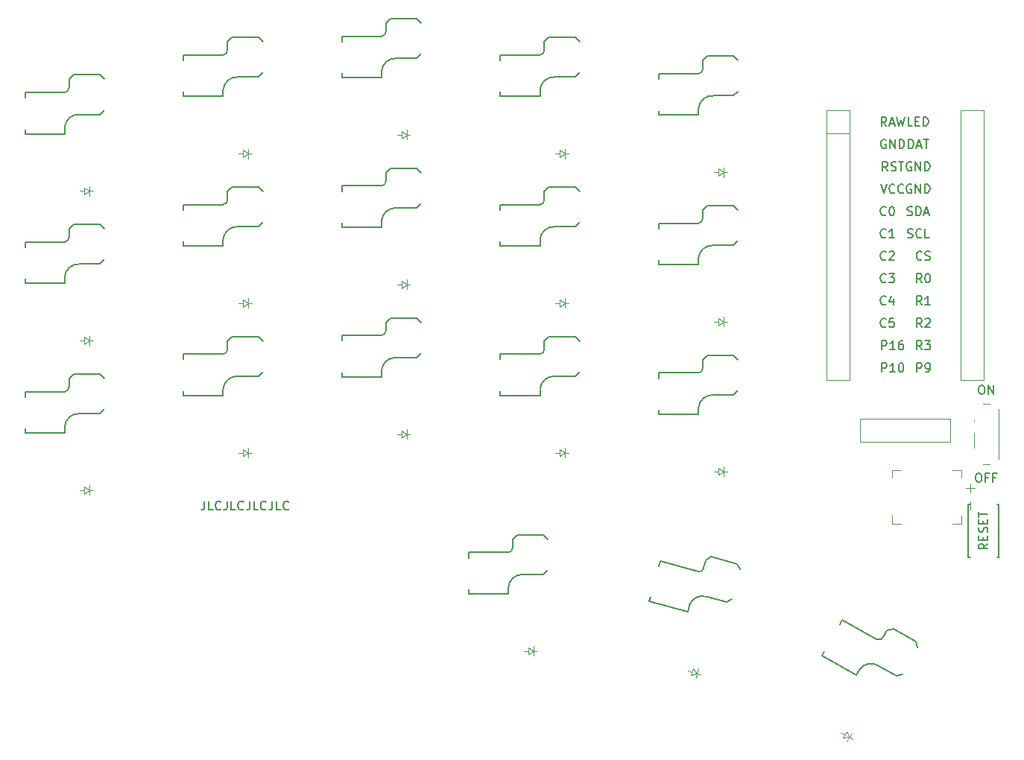
<source format=gto>
G04 #@! TF.GenerationSoftware,KiCad,Pcbnew,8.0.6+1*
G04 #@! TF.CreationDate,2024-11-30T16:17:38+00:00*
G04 #@! TF.ProjectId,corney_island_wireless,636f726e-6579-45f6-9973-6c616e645f77,0.2*
G04 #@! TF.SameCoordinates,Original*
G04 #@! TF.FileFunction,Legend,Top*
G04 #@! TF.FilePolarity,Positive*
%FSLAX46Y46*%
G04 Gerber Fmt 4.6, Leading zero omitted, Abs format (unit mm)*
G04 Created by KiCad (PCBNEW 8.0.6+1) date 2024-11-30 16:17:38*
%MOMM*%
%LPD*%
G01*
G04 APERTURE LIST*
%ADD10C,0.150000*%
%ADD11C,0.100000*%
%ADD12C,0.120000*%
%ADD13C,2.000000*%
%ADD14C,2.300000*%
%ADD15C,4.400000*%
%ADD16C,3.500000*%
%ADD17C,3.100000*%
%ADD18C,1.800000*%
%ADD19C,0.900000*%
%ADD20O,1.800000X1.800000*%
%ADD21C,1.000000*%
%ADD22C,2.100000*%
%ADD23O,1.850000X1.300000*%
G04 APERTURE END LIST*
D10*
X113380951Y-106254819D02*
X113380951Y-106969104D01*
X113380951Y-106969104D02*
X113333332Y-107111961D01*
X113333332Y-107111961D02*
X113238094Y-107207200D01*
X113238094Y-107207200D02*
X113095237Y-107254819D01*
X113095237Y-107254819D02*
X112999999Y-107254819D01*
X114333332Y-107254819D02*
X113857142Y-107254819D01*
X113857142Y-107254819D02*
X113857142Y-106254819D01*
X115238094Y-107159580D02*
X115190475Y-107207200D01*
X115190475Y-107207200D02*
X115047618Y-107254819D01*
X115047618Y-107254819D02*
X114952380Y-107254819D01*
X114952380Y-107254819D02*
X114809523Y-107207200D01*
X114809523Y-107207200D02*
X114714285Y-107111961D01*
X114714285Y-107111961D02*
X114666666Y-107016723D01*
X114666666Y-107016723D02*
X114619047Y-106826247D01*
X114619047Y-106826247D02*
X114619047Y-106683390D01*
X114619047Y-106683390D02*
X114666666Y-106492914D01*
X114666666Y-106492914D02*
X114714285Y-106397676D01*
X114714285Y-106397676D02*
X114809523Y-106302438D01*
X114809523Y-106302438D02*
X114952380Y-106254819D01*
X114952380Y-106254819D02*
X115047618Y-106254819D01*
X115047618Y-106254819D02*
X115190475Y-106302438D01*
X115190475Y-106302438D02*
X115238094Y-106350057D01*
X115952380Y-106254819D02*
X115952380Y-106969104D01*
X115952380Y-106969104D02*
X115904761Y-107111961D01*
X115904761Y-107111961D02*
X115809523Y-107207200D01*
X115809523Y-107207200D02*
X115666666Y-107254819D01*
X115666666Y-107254819D02*
X115571428Y-107254819D01*
X116904761Y-107254819D02*
X116428571Y-107254819D01*
X116428571Y-107254819D02*
X116428571Y-106254819D01*
X117809523Y-107159580D02*
X117761904Y-107207200D01*
X117761904Y-107207200D02*
X117619047Y-107254819D01*
X117619047Y-107254819D02*
X117523809Y-107254819D01*
X117523809Y-107254819D02*
X117380952Y-107207200D01*
X117380952Y-107207200D02*
X117285714Y-107111961D01*
X117285714Y-107111961D02*
X117238095Y-107016723D01*
X117238095Y-107016723D02*
X117190476Y-106826247D01*
X117190476Y-106826247D02*
X117190476Y-106683390D01*
X117190476Y-106683390D02*
X117238095Y-106492914D01*
X117238095Y-106492914D02*
X117285714Y-106397676D01*
X117285714Y-106397676D02*
X117380952Y-106302438D01*
X117380952Y-106302438D02*
X117523809Y-106254819D01*
X117523809Y-106254819D02*
X117619047Y-106254819D01*
X117619047Y-106254819D02*
X117761904Y-106302438D01*
X117761904Y-106302438D02*
X117809523Y-106350057D01*
X118523809Y-106254819D02*
X118523809Y-106969104D01*
X118523809Y-106969104D02*
X118476190Y-107111961D01*
X118476190Y-107111961D02*
X118380952Y-107207200D01*
X118380952Y-107207200D02*
X118238095Y-107254819D01*
X118238095Y-107254819D02*
X118142857Y-107254819D01*
X119476190Y-107254819D02*
X119000000Y-107254819D01*
X119000000Y-107254819D02*
X119000000Y-106254819D01*
X120380952Y-107159580D02*
X120333333Y-107207200D01*
X120333333Y-107207200D02*
X120190476Y-107254819D01*
X120190476Y-107254819D02*
X120095238Y-107254819D01*
X120095238Y-107254819D02*
X119952381Y-107207200D01*
X119952381Y-107207200D02*
X119857143Y-107111961D01*
X119857143Y-107111961D02*
X119809524Y-107016723D01*
X119809524Y-107016723D02*
X119761905Y-106826247D01*
X119761905Y-106826247D02*
X119761905Y-106683390D01*
X119761905Y-106683390D02*
X119809524Y-106492914D01*
X119809524Y-106492914D02*
X119857143Y-106397676D01*
X119857143Y-106397676D02*
X119952381Y-106302438D01*
X119952381Y-106302438D02*
X120095238Y-106254819D01*
X120095238Y-106254819D02*
X120190476Y-106254819D01*
X120190476Y-106254819D02*
X120333333Y-106302438D01*
X120333333Y-106302438D02*
X120380952Y-106350057D01*
X121095238Y-106254819D02*
X121095238Y-106969104D01*
X121095238Y-106969104D02*
X121047619Y-107111961D01*
X121047619Y-107111961D02*
X120952381Y-107207200D01*
X120952381Y-107207200D02*
X120809524Y-107254819D01*
X120809524Y-107254819D02*
X120714286Y-107254819D01*
X122047619Y-107254819D02*
X121571429Y-107254819D01*
X121571429Y-107254819D02*
X121571429Y-106254819D01*
X122952381Y-107159580D02*
X122904762Y-107207200D01*
X122904762Y-107207200D02*
X122761905Y-107254819D01*
X122761905Y-107254819D02*
X122666667Y-107254819D01*
X122666667Y-107254819D02*
X122523810Y-107207200D01*
X122523810Y-107207200D02*
X122428572Y-107111961D01*
X122428572Y-107111961D02*
X122380953Y-107016723D01*
X122380953Y-107016723D02*
X122333334Y-106826247D01*
X122333334Y-106826247D02*
X122333334Y-106683390D01*
X122333334Y-106683390D02*
X122380953Y-106492914D01*
X122380953Y-106492914D02*
X122428572Y-106397676D01*
X122428572Y-106397676D02*
X122523810Y-106302438D01*
X122523810Y-106302438D02*
X122666667Y-106254819D01*
X122666667Y-106254819D02*
X122761905Y-106254819D01*
X122761905Y-106254819D02*
X122904762Y-106302438D01*
X122904762Y-106302438D02*
X122952381Y-106350057D01*
X190859523Y-63624819D02*
X190526190Y-63148628D01*
X190288095Y-63624819D02*
X190288095Y-62624819D01*
X190288095Y-62624819D02*
X190669047Y-62624819D01*
X190669047Y-62624819D02*
X190764285Y-62672438D01*
X190764285Y-62672438D02*
X190811904Y-62720057D01*
X190811904Y-62720057D02*
X190859523Y-62815295D01*
X190859523Y-62815295D02*
X190859523Y-62958152D01*
X190859523Y-62958152D02*
X190811904Y-63053390D01*
X190811904Y-63053390D02*
X190764285Y-63101009D01*
X190764285Y-63101009D02*
X190669047Y-63148628D01*
X190669047Y-63148628D02*
X190288095Y-63148628D01*
X191240476Y-63339104D02*
X191716666Y-63339104D01*
X191145238Y-63624819D02*
X191478571Y-62624819D01*
X191478571Y-62624819D02*
X191811904Y-63624819D01*
X192050000Y-62624819D02*
X192288095Y-63624819D01*
X192288095Y-63624819D02*
X192478571Y-62910533D01*
X192478571Y-62910533D02*
X192669047Y-63624819D01*
X192669047Y-63624819D02*
X192907143Y-62624819D01*
X193807142Y-63624819D02*
X193330952Y-63624819D01*
X193330952Y-63624819D02*
X193330952Y-62624819D01*
X194140476Y-63101009D02*
X194473809Y-63101009D01*
X194616666Y-63624819D02*
X194140476Y-63624819D01*
X194140476Y-63624819D02*
X194140476Y-62624819D01*
X194140476Y-62624819D02*
X194616666Y-62624819D01*
X195045238Y-63624819D02*
X195045238Y-62624819D01*
X195045238Y-62624819D02*
X195283333Y-62624819D01*
X195283333Y-62624819D02*
X195426190Y-62672438D01*
X195426190Y-62672438D02*
X195521428Y-62767676D01*
X195521428Y-62767676D02*
X195569047Y-62862914D01*
X195569047Y-62862914D02*
X195616666Y-63053390D01*
X195616666Y-63053390D02*
X195616666Y-63196247D01*
X195616666Y-63196247D02*
X195569047Y-63386723D01*
X195569047Y-63386723D02*
X195521428Y-63481961D01*
X195521428Y-63481961D02*
X195426190Y-63577200D01*
X195426190Y-63577200D02*
X195283333Y-63624819D01*
X195283333Y-63624819D02*
X195045238Y-63624819D01*
X190788095Y-65212438D02*
X190692857Y-65164819D01*
X190692857Y-65164819D02*
X190550000Y-65164819D01*
X190550000Y-65164819D02*
X190407143Y-65212438D01*
X190407143Y-65212438D02*
X190311905Y-65307676D01*
X190311905Y-65307676D02*
X190264286Y-65402914D01*
X190264286Y-65402914D02*
X190216667Y-65593390D01*
X190216667Y-65593390D02*
X190216667Y-65736247D01*
X190216667Y-65736247D02*
X190264286Y-65926723D01*
X190264286Y-65926723D02*
X190311905Y-66021961D01*
X190311905Y-66021961D02*
X190407143Y-66117200D01*
X190407143Y-66117200D02*
X190550000Y-66164819D01*
X190550000Y-66164819D02*
X190645238Y-66164819D01*
X190645238Y-66164819D02*
X190788095Y-66117200D01*
X190788095Y-66117200D02*
X190835714Y-66069580D01*
X190835714Y-66069580D02*
X190835714Y-65736247D01*
X190835714Y-65736247D02*
X190645238Y-65736247D01*
X191264286Y-66164819D02*
X191264286Y-65164819D01*
X191264286Y-65164819D02*
X191835714Y-66164819D01*
X191835714Y-66164819D02*
X191835714Y-65164819D01*
X192311905Y-66164819D02*
X192311905Y-65164819D01*
X192311905Y-65164819D02*
X192550000Y-65164819D01*
X192550000Y-65164819D02*
X192692857Y-65212438D01*
X192692857Y-65212438D02*
X192788095Y-65307676D01*
X192788095Y-65307676D02*
X192835714Y-65402914D01*
X192835714Y-65402914D02*
X192883333Y-65593390D01*
X192883333Y-65593390D02*
X192883333Y-65736247D01*
X192883333Y-65736247D02*
X192835714Y-65926723D01*
X192835714Y-65926723D02*
X192788095Y-66021961D01*
X192788095Y-66021961D02*
X192692857Y-66117200D01*
X192692857Y-66117200D02*
X192550000Y-66164819D01*
X192550000Y-66164819D02*
X192311905Y-66164819D01*
X193378571Y-66164819D02*
X193378571Y-65164819D01*
X193378571Y-65164819D02*
X193616666Y-65164819D01*
X193616666Y-65164819D02*
X193759523Y-65212438D01*
X193759523Y-65212438D02*
X193854761Y-65307676D01*
X193854761Y-65307676D02*
X193902380Y-65402914D01*
X193902380Y-65402914D02*
X193949999Y-65593390D01*
X193949999Y-65593390D02*
X193949999Y-65736247D01*
X193949999Y-65736247D02*
X193902380Y-65926723D01*
X193902380Y-65926723D02*
X193854761Y-66021961D01*
X193854761Y-66021961D02*
X193759523Y-66117200D01*
X193759523Y-66117200D02*
X193616666Y-66164819D01*
X193616666Y-66164819D02*
X193378571Y-66164819D01*
X194330952Y-65879104D02*
X194807142Y-65879104D01*
X194235714Y-66164819D02*
X194569047Y-65164819D01*
X194569047Y-65164819D02*
X194902380Y-66164819D01*
X195092857Y-65164819D02*
X195664285Y-65164819D01*
X195378571Y-66164819D02*
X195378571Y-65164819D01*
X191002380Y-68704819D02*
X190669047Y-68228628D01*
X190430952Y-68704819D02*
X190430952Y-67704819D01*
X190430952Y-67704819D02*
X190811904Y-67704819D01*
X190811904Y-67704819D02*
X190907142Y-67752438D01*
X190907142Y-67752438D02*
X190954761Y-67800057D01*
X190954761Y-67800057D02*
X191002380Y-67895295D01*
X191002380Y-67895295D02*
X191002380Y-68038152D01*
X191002380Y-68038152D02*
X190954761Y-68133390D01*
X190954761Y-68133390D02*
X190907142Y-68181009D01*
X190907142Y-68181009D02*
X190811904Y-68228628D01*
X190811904Y-68228628D02*
X190430952Y-68228628D01*
X191383333Y-68657200D02*
X191526190Y-68704819D01*
X191526190Y-68704819D02*
X191764285Y-68704819D01*
X191764285Y-68704819D02*
X191859523Y-68657200D01*
X191859523Y-68657200D02*
X191907142Y-68609580D01*
X191907142Y-68609580D02*
X191954761Y-68514342D01*
X191954761Y-68514342D02*
X191954761Y-68419104D01*
X191954761Y-68419104D02*
X191907142Y-68323866D01*
X191907142Y-68323866D02*
X191859523Y-68276247D01*
X191859523Y-68276247D02*
X191764285Y-68228628D01*
X191764285Y-68228628D02*
X191573809Y-68181009D01*
X191573809Y-68181009D02*
X191478571Y-68133390D01*
X191478571Y-68133390D02*
X191430952Y-68085771D01*
X191430952Y-68085771D02*
X191383333Y-67990533D01*
X191383333Y-67990533D02*
X191383333Y-67895295D01*
X191383333Y-67895295D02*
X191430952Y-67800057D01*
X191430952Y-67800057D02*
X191478571Y-67752438D01*
X191478571Y-67752438D02*
X191573809Y-67704819D01*
X191573809Y-67704819D02*
X191811904Y-67704819D01*
X191811904Y-67704819D02*
X191954761Y-67752438D01*
X192240476Y-67704819D02*
X192811904Y-67704819D01*
X192526190Y-68704819D02*
X192526190Y-67704819D01*
X193688095Y-67752438D02*
X193592857Y-67704819D01*
X193592857Y-67704819D02*
X193450000Y-67704819D01*
X193450000Y-67704819D02*
X193307143Y-67752438D01*
X193307143Y-67752438D02*
X193211905Y-67847676D01*
X193211905Y-67847676D02*
X193164286Y-67942914D01*
X193164286Y-67942914D02*
X193116667Y-68133390D01*
X193116667Y-68133390D02*
X193116667Y-68276247D01*
X193116667Y-68276247D02*
X193164286Y-68466723D01*
X193164286Y-68466723D02*
X193211905Y-68561961D01*
X193211905Y-68561961D02*
X193307143Y-68657200D01*
X193307143Y-68657200D02*
X193450000Y-68704819D01*
X193450000Y-68704819D02*
X193545238Y-68704819D01*
X193545238Y-68704819D02*
X193688095Y-68657200D01*
X193688095Y-68657200D02*
X193735714Y-68609580D01*
X193735714Y-68609580D02*
X193735714Y-68276247D01*
X193735714Y-68276247D02*
X193545238Y-68276247D01*
X194164286Y-68704819D02*
X194164286Y-67704819D01*
X194164286Y-67704819D02*
X194735714Y-68704819D01*
X194735714Y-68704819D02*
X194735714Y-67704819D01*
X195211905Y-68704819D02*
X195211905Y-67704819D01*
X195211905Y-67704819D02*
X195450000Y-67704819D01*
X195450000Y-67704819D02*
X195592857Y-67752438D01*
X195592857Y-67752438D02*
X195688095Y-67847676D01*
X195688095Y-67847676D02*
X195735714Y-67942914D01*
X195735714Y-67942914D02*
X195783333Y-68133390D01*
X195783333Y-68133390D02*
X195783333Y-68276247D01*
X195783333Y-68276247D02*
X195735714Y-68466723D01*
X195735714Y-68466723D02*
X195688095Y-68561961D01*
X195688095Y-68561961D02*
X195592857Y-68657200D01*
X195592857Y-68657200D02*
X195450000Y-68704819D01*
X195450000Y-68704819D02*
X195211905Y-68704819D01*
X190216667Y-70244819D02*
X190550000Y-71244819D01*
X190550000Y-71244819D02*
X190883333Y-70244819D01*
X191788095Y-71149580D02*
X191740476Y-71197200D01*
X191740476Y-71197200D02*
X191597619Y-71244819D01*
X191597619Y-71244819D02*
X191502381Y-71244819D01*
X191502381Y-71244819D02*
X191359524Y-71197200D01*
X191359524Y-71197200D02*
X191264286Y-71101961D01*
X191264286Y-71101961D02*
X191216667Y-71006723D01*
X191216667Y-71006723D02*
X191169048Y-70816247D01*
X191169048Y-70816247D02*
X191169048Y-70673390D01*
X191169048Y-70673390D02*
X191216667Y-70482914D01*
X191216667Y-70482914D02*
X191264286Y-70387676D01*
X191264286Y-70387676D02*
X191359524Y-70292438D01*
X191359524Y-70292438D02*
X191502381Y-70244819D01*
X191502381Y-70244819D02*
X191597619Y-70244819D01*
X191597619Y-70244819D02*
X191740476Y-70292438D01*
X191740476Y-70292438D02*
X191788095Y-70340057D01*
X192788095Y-71149580D02*
X192740476Y-71197200D01*
X192740476Y-71197200D02*
X192597619Y-71244819D01*
X192597619Y-71244819D02*
X192502381Y-71244819D01*
X192502381Y-71244819D02*
X192359524Y-71197200D01*
X192359524Y-71197200D02*
X192264286Y-71101961D01*
X192264286Y-71101961D02*
X192216667Y-71006723D01*
X192216667Y-71006723D02*
X192169048Y-70816247D01*
X192169048Y-70816247D02*
X192169048Y-70673390D01*
X192169048Y-70673390D02*
X192216667Y-70482914D01*
X192216667Y-70482914D02*
X192264286Y-70387676D01*
X192264286Y-70387676D02*
X192359524Y-70292438D01*
X192359524Y-70292438D02*
X192502381Y-70244819D01*
X192502381Y-70244819D02*
X192597619Y-70244819D01*
X192597619Y-70244819D02*
X192740476Y-70292438D01*
X192740476Y-70292438D02*
X192788095Y-70340057D01*
X193688095Y-70292438D02*
X193592857Y-70244819D01*
X193592857Y-70244819D02*
X193450000Y-70244819D01*
X193450000Y-70244819D02*
X193307143Y-70292438D01*
X193307143Y-70292438D02*
X193211905Y-70387676D01*
X193211905Y-70387676D02*
X193164286Y-70482914D01*
X193164286Y-70482914D02*
X193116667Y-70673390D01*
X193116667Y-70673390D02*
X193116667Y-70816247D01*
X193116667Y-70816247D02*
X193164286Y-71006723D01*
X193164286Y-71006723D02*
X193211905Y-71101961D01*
X193211905Y-71101961D02*
X193307143Y-71197200D01*
X193307143Y-71197200D02*
X193450000Y-71244819D01*
X193450000Y-71244819D02*
X193545238Y-71244819D01*
X193545238Y-71244819D02*
X193688095Y-71197200D01*
X193688095Y-71197200D02*
X193735714Y-71149580D01*
X193735714Y-71149580D02*
X193735714Y-70816247D01*
X193735714Y-70816247D02*
X193545238Y-70816247D01*
X194164286Y-71244819D02*
X194164286Y-70244819D01*
X194164286Y-70244819D02*
X194735714Y-71244819D01*
X194735714Y-71244819D02*
X194735714Y-70244819D01*
X195211905Y-71244819D02*
X195211905Y-70244819D01*
X195211905Y-70244819D02*
X195450000Y-70244819D01*
X195450000Y-70244819D02*
X195592857Y-70292438D01*
X195592857Y-70292438D02*
X195688095Y-70387676D01*
X195688095Y-70387676D02*
X195735714Y-70482914D01*
X195735714Y-70482914D02*
X195783333Y-70673390D01*
X195783333Y-70673390D02*
X195783333Y-70816247D01*
X195783333Y-70816247D02*
X195735714Y-71006723D01*
X195735714Y-71006723D02*
X195688095Y-71101961D01*
X195688095Y-71101961D02*
X195592857Y-71197200D01*
X195592857Y-71197200D02*
X195450000Y-71244819D01*
X195450000Y-71244819D02*
X195211905Y-71244819D01*
X190793333Y-73689580D02*
X190745714Y-73737200D01*
X190745714Y-73737200D02*
X190602857Y-73784819D01*
X190602857Y-73784819D02*
X190507619Y-73784819D01*
X190507619Y-73784819D02*
X190364762Y-73737200D01*
X190364762Y-73737200D02*
X190269524Y-73641961D01*
X190269524Y-73641961D02*
X190221905Y-73546723D01*
X190221905Y-73546723D02*
X190174286Y-73356247D01*
X190174286Y-73356247D02*
X190174286Y-73213390D01*
X190174286Y-73213390D02*
X190221905Y-73022914D01*
X190221905Y-73022914D02*
X190269524Y-72927676D01*
X190269524Y-72927676D02*
X190364762Y-72832438D01*
X190364762Y-72832438D02*
X190507619Y-72784819D01*
X190507619Y-72784819D02*
X190602857Y-72784819D01*
X190602857Y-72784819D02*
X190745714Y-72832438D01*
X190745714Y-72832438D02*
X190793333Y-72880057D01*
X191412381Y-72784819D02*
X191507619Y-72784819D01*
X191507619Y-72784819D02*
X191602857Y-72832438D01*
X191602857Y-72832438D02*
X191650476Y-72880057D01*
X191650476Y-72880057D02*
X191698095Y-72975295D01*
X191698095Y-72975295D02*
X191745714Y-73165771D01*
X191745714Y-73165771D02*
X191745714Y-73403866D01*
X191745714Y-73403866D02*
X191698095Y-73594342D01*
X191698095Y-73594342D02*
X191650476Y-73689580D01*
X191650476Y-73689580D02*
X191602857Y-73737200D01*
X191602857Y-73737200D02*
X191507619Y-73784819D01*
X191507619Y-73784819D02*
X191412381Y-73784819D01*
X191412381Y-73784819D02*
X191317143Y-73737200D01*
X191317143Y-73737200D02*
X191269524Y-73689580D01*
X191269524Y-73689580D02*
X191221905Y-73594342D01*
X191221905Y-73594342D02*
X191174286Y-73403866D01*
X191174286Y-73403866D02*
X191174286Y-73165771D01*
X191174286Y-73165771D02*
X191221905Y-72975295D01*
X191221905Y-72975295D02*
X191269524Y-72880057D01*
X191269524Y-72880057D02*
X191317143Y-72832438D01*
X191317143Y-72832438D02*
X191412381Y-72784819D01*
X193235714Y-73737200D02*
X193378571Y-73784819D01*
X193378571Y-73784819D02*
X193616666Y-73784819D01*
X193616666Y-73784819D02*
X193711904Y-73737200D01*
X193711904Y-73737200D02*
X193759523Y-73689580D01*
X193759523Y-73689580D02*
X193807142Y-73594342D01*
X193807142Y-73594342D02*
X193807142Y-73499104D01*
X193807142Y-73499104D02*
X193759523Y-73403866D01*
X193759523Y-73403866D02*
X193711904Y-73356247D01*
X193711904Y-73356247D02*
X193616666Y-73308628D01*
X193616666Y-73308628D02*
X193426190Y-73261009D01*
X193426190Y-73261009D02*
X193330952Y-73213390D01*
X193330952Y-73213390D02*
X193283333Y-73165771D01*
X193283333Y-73165771D02*
X193235714Y-73070533D01*
X193235714Y-73070533D02*
X193235714Y-72975295D01*
X193235714Y-72975295D02*
X193283333Y-72880057D01*
X193283333Y-72880057D02*
X193330952Y-72832438D01*
X193330952Y-72832438D02*
X193426190Y-72784819D01*
X193426190Y-72784819D02*
X193664285Y-72784819D01*
X193664285Y-72784819D02*
X193807142Y-72832438D01*
X194235714Y-73784819D02*
X194235714Y-72784819D01*
X194235714Y-72784819D02*
X194473809Y-72784819D01*
X194473809Y-72784819D02*
X194616666Y-72832438D01*
X194616666Y-72832438D02*
X194711904Y-72927676D01*
X194711904Y-72927676D02*
X194759523Y-73022914D01*
X194759523Y-73022914D02*
X194807142Y-73213390D01*
X194807142Y-73213390D02*
X194807142Y-73356247D01*
X194807142Y-73356247D02*
X194759523Y-73546723D01*
X194759523Y-73546723D02*
X194711904Y-73641961D01*
X194711904Y-73641961D02*
X194616666Y-73737200D01*
X194616666Y-73737200D02*
X194473809Y-73784819D01*
X194473809Y-73784819D02*
X194235714Y-73784819D01*
X195188095Y-73499104D02*
X195664285Y-73499104D01*
X195092857Y-73784819D02*
X195426190Y-72784819D01*
X195426190Y-72784819D02*
X195759523Y-73784819D01*
X190793333Y-76229580D02*
X190745714Y-76277200D01*
X190745714Y-76277200D02*
X190602857Y-76324819D01*
X190602857Y-76324819D02*
X190507619Y-76324819D01*
X190507619Y-76324819D02*
X190364762Y-76277200D01*
X190364762Y-76277200D02*
X190269524Y-76181961D01*
X190269524Y-76181961D02*
X190221905Y-76086723D01*
X190221905Y-76086723D02*
X190174286Y-75896247D01*
X190174286Y-75896247D02*
X190174286Y-75753390D01*
X190174286Y-75753390D02*
X190221905Y-75562914D01*
X190221905Y-75562914D02*
X190269524Y-75467676D01*
X190269524Y-75467676D02*
X190364762Y-75372438D01*
X190364762Y-75372438D02*
X190507619Y-75324819D01*
X190507619Y-75324819D02*
X190602857Y-75324819D01*
X190602857Y-75324819D02*
X190745714Y-75372438D01*
X190745714Y-75372438D02*
X190793333Y-75420057D01*
X191745714Y-76324819D02*
X191174286Y-76324819D01*
X191460000Y-76324819D02*
X191460000Y-75324819D01*
X191460000Y-75324819D02*
X191364762Y-75467676D01*
X191364762Y-75467676D02*
X191269524Y-75562914D01*
X191269524Y-75562914D02*
X191174286Y-75610533D01*
X193259524Y-76277200D02*
X193402381Y-76324819D01*
X193402381Y-76324819D02*
X193640476Y-76324819D01*
X193640476Y-76324819D02*
X193735714Y-76277200D01*
X193735714Y-76277200D02*
X193783333Y-76229580D01*
X193783333Y-76229580D02*
X193830952Y-76134342D01*
X193830952Y-76134342D02*
X193830952Y-76039104D01*
X193830952Y-76039104D02*
X193783333Y-75943866D01*
X193783333Y-75943866D02*
X193735714Y-75896247D01*
X193735714Y-75896247D02*
X193640476Y-75848628D01*
X193640476Y-75848628D02*
X193450000Y-75801009D01*
X193450000Y-75801009D02*
X193354762Y-75753390D01*
X193354762Y-75753390D02*
X193307143Y-75705771D01*
X193307143Y-75705771D02*
X193259524Y-75610533D01*
X193259524Y-75610533D02*
X193259524Y-75515295D01*
X193259524Y-75515295D02*
X193307143Y-75420057D01*
X193307143Y-75420057D02*
X193354762Y-75372438D01*
X193354762Y-75372438D02*
X193450000Y-75324819D01*
X193450000Y-75324819D02*
X193688095Y-75324819D01*
X193688095Y-75324819D02*
X193830952Y-75372438D01*
X194830952Y-76229580D02*
X194783333Y-76277200D01*
X194783333Y-76277200D02*
X194640476Y-76324819D01*
X194640476Y-76324819D02*
X194545238Y-76324819D01*
X194545238Y-76324819D02*
X194402381Y-76277200D01*
X194402381Y-76277200D02*
X194307143Y-76181961D01*
X194307143Y-76181961D02*
X194259524Y-76086723D01*
X194259524Y-76086723D02*
X194211905Y-75896247D01*
X194211905Y-75896247D02*
X194211905Y-75753390D01*
X194211905Y-75753390D02*
X194259524Y-75562914D01*
X194259524Y-75562914D02*
X194307143Y-75467676D01*
X194307143Y-75467676D02*
X194402381Y-75372438D01*
X194402381Y-75372438D02*
X194545238Y-75324819D01*
X194545238Y-75324819D02*
X194640476Y-75324819D01*
X194640476Y-75324819D02*
X194783333Y-75372438D01*
X194783333Y-75372438D02*
X194830952Y-75420057D01*
X195735714Y-76324819D02*
X195259524Y-76324819D01*
X195259524Y-76324819D02*
X195259524Y-75324819D01*
X190793333Y-78769580D02*
X190745714Y-78817200D01*
X190745714Y-78817200D02*
X190602857Y-78864819D01*
X190602857Y-78864819D02*
X190507619Y-78864819D01*
X190507619Y-78864819D02*
X190364762Y-78817200D01*
X190364762Y-78817200D02*
X190269524Y-78721961D01*
X190269524Y-78721961D02*
X190221905Y-78626723D01*
X190221905Y-78626723D02*
X190174286Y-78436247D01*
X190174286Y-78436247D02*
X190174286Y-78293390D01*
X190174286Y-78293390D02*
X190221905Y-78102914D01*
X190221905Y-78102914D02*
X190269524Y-78007676D01*
X190269524Y-78007676D02*
X190364762Y-77912438D01*
X190364762Y-77912438D02*
X190507619Y-77864819D01*
X190507619Y-77864819D02*
X190602857Y-77864819D01*
X190602857Y-77864819D02*
X190745714Y-77912438D01*
X190745714Y-77912438D02*
X190793333Y-77960057D01*
X191174286Y-77960057D02*
X191221905Y-77912438D01*
X191221905Y-77912438D02*
X191317143Y-77864819D01*
X191317143Y-77864819D02*
X191555238Y-77864819D01*
X191555238Y-77864819D02*
X191650476Y-77912438D01*
X191650476Y-77912438D02*
X191698095Y-77960057D01*
X191698095Y-77960057D02*
X191745714Y-78055295D01*
X191745714Y-78055295D02*
X191745714Y-78150533D01*
X191745714Y-78150533D02*
X191698095Y-78293390D01*
X191698095Y-78293390D02*
X191126667Y-78864819D01*
X191126667Y-78864819D02*
X191745714Y-78864819D01*
X194873333Y-78769580D02*
X194825714Y-78817200D01*
X194825714Y-78817200D02*
X194682857Y-78864819D01*
X194682857Y-78864819D02*
X194587619Y-78864819D01*
X194587619Y-78864819D02*
X194444762Y-78817200D01*
X194444762Y-78817200D02*
X194349524Y-78721961D01*
X194349524Y-78721961D02*
X194301905Y-78626723D01*
X194301905Y-78626723D02*
X194254286Y-78436247D01*
X194254286Y-78436247D02*
X194254286Y-78293390D01*
X194254286Y-78293390D02*
X194301905Y-78102914D01*
X194301905Y-78102914D02*
X194349524Y-78007676D01*
X194349524Y-78007676D02*
X194444762Y-77912438D01*
X194444762Y-77912438D02*
X194587619Y-77864819D01*
X194587619Y-77864819D02*
X194682857Y-77864819D01*
X194682857Y-77864819D02*
X194825714Y-77912438D01*
X194825714Y-77912438D02*
X194873333Y-77960057D01*
X195254286Y-78817200D02*
X195397143Y-78864819D01*
X195397143Y-78864819D02*
X195635238Y-78864819D01*
X195635238Y-78864819D02*
X195730476Y-78817200D01*
X195730476Y-78817200D02*
X195778095Y-78769580D01*
X195778095Y-78769580D02*
X195825714Y-78674342D01*
X195825714Y-78674342D02*
X195825714Y-78579104D01*
X195825714Y-78579104D02*
X195778095Y-78483866D01*
X195778095Y-78483866D02*
X195730476Y-78436247D01*
X195730476Y-78436247D02*
X195635238Y-78388628D01*
X195635238Y-78388628D02*
X195444762Y-78341009D01*
X195444762Y-78341009D02*
X195349524Y-78293390D01*
X195349524Y-78293390D02*
X195301905Y-78245771D01*
X195301905Y-78245771D02*
X195254286Y-78150533D01*
X195254286Y-78150533D02*
X195254286Y-78055295D01*
X195254286Y-78055295D02*
X195301905Y-77960057D01*
X195301905Y-77960057D02*
X195349524Y-77912438D01*
X195349524Y-77912438D02*
X195444762Y-77864819D01*
X195444762Y-77864819D02*
X195682857Y-77864819D01*
X195682857Y-77864819D02*
X195825714Y-77912438D01*
X190793333Y-81309580D02*
X190745714Y-81357200D01*
X190745714Y-81357200D02*
X190602857Y-81404819D01*
X190602857Y-81404819D02*
X190507619Y-81404819D01*
X190507619Y-81404819D02*
X190364762Y-81357200D01*
X190364762Y-81357200D02*
X190269524Y-81261961D01*
X190269524Y-81261961D02*
X190221905Y-81166723D01*
X190221905Y-81166723D02*
X190174286Y-80976247D01*
X190174286Y-80976247D02*
X190174286Y-80833390D01*
X190174286Y-80833390D02*
X190221905Y-80642914D01*
X190221905Y-80642914D02*
X190269524Y-80547676D01*
X190269524Y-80547676D02*
X190364762Y-80452438D01*
X190364762Y-80452438D02*
X190507619Y-80404819D01*
X190507619Y-80404819D02*
X190602857Y-80404819D01*
X190602857Y-80404819D02*
X190745714Y-80452438D01*
X190745714Y-80452438D02*
X190793333Y-80500057D01*
X191126667Y-80404819D02*
X191745714Y-80404819D01*
X191745714Y-80404819D02*
X191412381Y-80785771D01*
X191412381Y-80785771D02*
X191555238Y-80785771D01*
X191555238Y-80785771D02*
X191650476Y-80833390D01*
X191650476Y-80833390D02*
X191698095Y-80881009D01*
X191698095Y-80881009D02*
X191745714Y-80976247D01*
X191745714Y-80976247D02*
X191745714Y-81214342D01*
X191745714Y-81214342D02*
X191698095Y-81309580D01*
X191698095Y-81309580D02*
X191650476Y-81357200D01*
X191650476Y-81357200D02*
X191555238Y-81404819D01*
X191555238Y-81404819D02*
X191269524Y-81404819D01*
X191269524Y-81404819D02*
X191174286Y-81357200D01*
X191174286Y-81357200D02*
X191126667Y-81309580D01*
X194873333Y-81404819D02*
X194540000Y-80928628D01*
X194301905Y-81404819D02*
X194301905Y-80404819D01*
X194301905Y-80404819D02*
X194682857Y-80404819D01*
X194682857Y-80404819D02*
X194778095Y-80452438D01*
X194778095Y-80452438D02*
X194825714Y-80500057D01*
X194825714Y-80500057D02*
X194873333Y-80595295D01*
X194873333Y-80595295D02*
X194873333Y-80738152D01*
X194873333Y-80738152D02*
X194825714Y-80833390D01*
X194825714Y-80833390D02*
X194778095Y-80881009D01*
X194778095Y-80881009D02*
X194682857Y-80928628D01*
X194682857Y-80928628D02*
X194301905Y-80928628D01*
X195492381Y-80404819D02*
X195587619Y-80404819D01*
X195587619Y-80404819D02*
X195682857Y-80452438D01*
X195682857Y-80452438D02*
X195730476Y-80500057D01*
X195730476Y-80500057D02*
X195778095Y-80595295D01*
X195778095Y-80595295D02*
X195825714Y-80785771D01*
X195825714Y-80785771D02*
X195825714Y-81023866D01*
X195825714Y-81023866D02*
X195778095Y-81214342D01*
X195778095Y-81214342D02*
X195730476Y-81309580D01*
X195730476Y-81309580D02*
X195682857Y-81357200D01*
X195682857Y-81357200D02*
X195587619Y-81404819D01*
X195587619Y-81404819D02*
X195492381Y-81404819D01*
X195492381Y-81404819D02*
X195397143Y-81357200D01*
X195397143Y-81357200D02*
X195349524Y-81309580D01*
X195349524Y-81309580D02*
X195301905Y-81214342D01*
X195301905Y-81214342D02*
X195254286Y-81023866D01*
X195254286Y-81023866D02*
X195254286Y-80785771D01*
X195254286Y-80785771D02*
X195301905Y-80595295D01*
X195301905Y-80595295D02*
X195349524Y-80500057D01*
X195349524Y-80500057D02*
X195397143Y-80452438D01*
X195397143Y-80452438D02*
X195492381Y-80404819D01*
X190793333Y-83849580D02*
X190745714Y-83897200D01*
X190745714Y-83897200D02*
X190602857Y-83944819D01*
X190602857Y-83944819D02*
X190507619Y-83944819D01*
X190507619Y-83944819D02*
X190364762Y-83897200D01*
X190364762Y-83897200D02*
X190269524Y-83801961D01*
X190269524Y-83801961D02*
X190221905Y-83706723D01*
X190221905Y-83706723D02*
X190174286Y-83516247D01*
X190174286Y-83516247D02*
X190174286Y-83373390D01*
X190174286Y-83373390D02*
X190221905Y-83182914D01*
X190221905Y-83182914D02*
X190269524Y-83087676D01*
X190269524Y-83087676D02*
X190364762Y-82992438D01*
X190364762Y-82992438D02*
X190507619Y-82944819D01*
X190507619Y-82944819D02*
X190602857Y-82944819D01*
X190602857Y-82944819D02*
X190745714Y-82992438D01*
X190745714Y-82992438D02*
X190793333Y-83040057D01*
X191650476Y-83278152D02*
X191650476Y-83944819D01*
X191412381Y-82897200D02*
X191174286Y-83611485D01*
X191174286Y-83611485D02*
X191793333Y-83611485D01*
X194873333Y-83944819D02*
X194540000Y-83468628D01*
X194301905Y-83944819D02*
X194301905Y-82944819D01*
X194301905Y-82944819D02*
X194682857Y-82944819D01*
X194682857Y-82944819D02*
X194778095Y-82992438D01*
X194778095Y-82992438D02*
X194825714Y-83040057D01*
X194825714Y-83040057D02*
X194873333Y-83135295D01*
X194873333Y-83135295D02*
X194873333Y-83278152D01*
X194873333Y-83278152D02*
X194825714Y-83373390D01*
X194825714Y-83373390D02*
X194778095Y-83421009D01*
X194778095Y-83421009D02*
X194682857Y-83468628D01*
X194682857Y-83468628D02*
X194301905Y-83468628D01*
X195825714Y-83944819D02*
X195254286Y-83944819D01*
X195540000Y-83944819D02*
X195540000Y-82944819D01*
X195540000Y-82944819D02*
X195444762Y-83087676D01*
X195444762Y-83087676D02*
X195349524Y-83182914D01*
X195349524Y-83182914D02*
X195254286Y-83230533D01*
X190793333Y-86389580D02*
X190745714Y-86437200D01*
X190745714Y-86437200D02*
X190602857Y-86484819D01*
X190602857Y-86484819D02*
X190507619Y-86484819D01*
X190507619Y-86484819D02*
X190364762Y-86437200D01*
X190364762Y-86437200D02*
X190269524Y-86341961D01*
X190269524Y-86341961D02*
X190221905Y-86246723D01*
X190221905Y-86246723D02*
X190174286Y-86056247D01*
X190174286Y-86056247D02*
X190174286Y-85913390D01*
X190174286Y-85913390D02*
X190221905Y-85722914D01*
X190221905Y-85722914D02*
X190269524Y-85627676D01*
X190269524Y-85627676D02*
X190364762Y-85532438D01*
X190364762Y-85532438D02*
X190507619Y-85484819D01*
X190507619Y-85484819D02*
X190602857Y-85484819D01*
X190602857Y-85484819D02*
X190745714Y-85532438D01*
X190745714Y-85532438D02*
X190793333Y-85580057D01*
X191698095Y-85484819D02*
X191221905Y-85484819D01*
X191221905Y-85484819D02*
X191174286Y-85961009D01*
X191174286Y-85961009D02*
X191221905Y-85913390D01*
X191221905Y-85913390D02*
X191317143Y-85865771D01*
X191317143Y-85865771D02*
X191555238Y-85865771D01*
X191555238Y-85865771D02*
X191650476Y-85913390D01*
X191650476Y-85913390D02*
X191698095Y-85961009D01*
X191698095Y-85961009D02*
X191745714Y-86056247D01*
X191745714Y-86056247D02*
X191745714Y-86294342D01*
X191745714Y-86294342D02*
X191698095Y-86389580D01*
X191698095Y-86389580D02*
X191650476Y-86437200D01*
X191650476Y-86437200D02*
X191555238Y-86484819D01*
X191555238Y-86484819D02*
X191317143Y-86484819D01*
X191317143Y-86484819D02*
X191221905Y-86437200D01*
X191221905Y-86437200D02*
X191174286Y-86389580D01*
X194873333Y-86484819D02*
X194540000Y-86008628D01*
X194301905Y-86484819D02*
X194301905Y-85484819D01*
X194301905Y-85484819D02*
X194682857Y-85484819D01*
X194682857Y-85484819D02*
X194778095Y-85532438D01*
X194778095Y-85532438D02*
X194825714Y-85580057D01*
X194825714Y-85580057D02*
X194873333Y-85675295D01*
X194873333Y-85675295D02*
X194873333Y-85818152D01*
X194873333Y-85818152D02*
X194825714Y-85913390D01*
X194825714Y-85913390D02*
X194778095Y-85961009D01*
X194778095Y-85961009D02*
X194682857Y-86008628D01*
X194682857Y-86008628D02*
X194301905Y-86008628D01*
X195254286Y-85580057D02*
X195301905Y-85532438D01*
X195301905Y-85532438D02*
X195397143Y-85484819D01*
X195397143Y-85484819D02*
X195635238Y-85484819D01*
X195635238Y-85484819D02*
X195730476Y-85532438D01*
X195730476Y-85532438D02*
X195778095Y-85580057D01*
X195778095Y-85580057D02*
X195825714Y-85675295D01*
X195825714Y-85675295D02*
X195825714Y-85770533D01*
X195825714Y-85770533D02*
X195778095Y-85913390D01*
X195778095Y-85913390D02*
X195206667Y-86484819D01*
X195206667Y-86484819D02*
X195825714Y-86484819D01*
X190335714Y-89024819D02*
X190335714Y-88024819D01*
X190335714Y-88024819D02*
X190716666Y-88024819D01*
X190716666Y-88024819D02*
X190811904Y-88072438D01*
X190811904Y-88072438D02*
X190859523Y-88120057D01*
X190859523Y-88120057D02*
X190907142Y-88215295D01*
X190907142Y-88215295D02*
X190907142Y-88358152D01*
X190907142Y-88358152D02*
X190859523Y-88453390D01*
X190859523Y-88453390D02*
X190811904Y-88501009D01*
X190811904Y-88501009D02*
X190716666Y-88548628D01*
X190716666Y-88548628D02*
X190335714Y-88548628D01*
X191859523Y-89024819D02*
X191288095Y-89024819D01*
X191573809Y-89024819D02*
X191573809Y-88024819D01*
X191573809Y-88024819D02*
X191478571Y-88167676D01*
X191478571Y-88167676D02*
X191383333Y-88262914D01*
X191383333Y-88262914D02*
X191288095Y-88310533D01*
X192716666Y-88024819D02*
X192526190Y-88024819D01*
X192526190Y-88024819D02*
X192430952Y-88072438D01*
X192430952Y-88072438D02*
X192383333Y-88120057D01*
X192383333Y-88120057D02*
X192288095Y-88262914D01*
X192288095Y-88262914D02*
X192240476Y-88453390D01*
X192240476Y-88453390D02*
X192240476Y-88834342D01*
X192240476Y-88834342D02*
X192288095Y-88929580D01*
X192288095Y-88929580D02*
X192335714Y-88977200D01*
X192335714Y-88977200D02*
X192430952Y-89024819D01*
X192430952Y-89024819D02*
X192621428Y-89024819D01*
X192621428Y-89024819D02*
X192716666Y-88977200D01*
X192716666Y-88977200D02*
X192764285Y-88929580D01*
X192764285Y-88929580D02*
X192811904Y-88834342D01*
X192811904Y-88834342D02*
X192811904Y-88596247D01*
X192811904Y-88596247D02*
X192764285Y-88501009D01*
X192764285Y-88501009D02*
X192716666Y-88453390D01*
X192716666Y-88453390D02*
X192621428Y-88405771D01*
X192621428Y-88405771D02*
X192430952Y-88405771D01*
X192430952Y-88405771D02*
X192335714Y-88453390D01*
X192335714Y-88453390D02*
X192288095Y-88501009D01*
X192288095Y-88501009D02*
X192240476Y-88596247D01*
X194873333Y-89024819D02*
X194540000Y-88548628D01*
X194301905Y-89024819D02*
X194301905Y-88024819D01*
X194301905Y-88024819D02*
X194682857Y-88024819D01*
X194682857Y-88024819D02*
X194778095Y-88072438D01*
X194778095Y-88072438D02*
X194825714Y-88120057D01*
X194825714Y-88120057D02*
X194873333Y-88215295D01*
X194873333Y-88215295D02*
X194873333Y-88358152D01*
X194873333Y-88358152D02*
X194825714Y-88453390D01*
X194825714Y-88453390D02*
X194778095Y-88501009D01*
X194778095Y-88501009D02*
X194682857Y-88548628D01*
X194682857Y-88548628D02*
X194301905Y-88548628D01*
X195206667Y-88024819D02*
X195825714Y-88024819D01*
X195825714Y-88024819D02*
X195492381Y-88405771D01*
X195492381Y-88405771D02*
X195635238Y-88405771D01*
X195635238Y-88405771D02*
X195730476Y-88453390D01*
X195730476Y-88453390D02*
X195778095Y-88501009D01*
X195778095Y-88501009D02*
X195825714Y-88596247D01*
X195825714Y-88596247D02*
X195825714Y-88834342D01*
X195825714Y-88834342D02*
X195778095Y-88929580D01*
X195778095Y-88929580D02*
X195730476Y-88977200D01*
X195730476Y-88977200D02*
X195635238Y-89024819D01*
X195635238Y-89024819D02*
X195349524Y-89024819D01*
X195349524Y-89024819D02*
X195254286Y-88977200D01*
X195254286Y-88977200D02*
X195206667Y-88929580D01*
X190335714Y-91564819D02*
X190335714Y-90564819D01*
X190335714Y-90564819D02*
X190716666Y-90564819D01*
X190716666Y-90564819D02*
X190811904Y-90612438D01*
X190811904Y-90612438D02*
X190859523Y-90660057D01*
X190859523Y-90660057D02*
X190907142Y-90755295D01*
X190907142Y-90755295D02*
X190907142Y-90898152D01*
X190907142Y-90898152D02*
X190859523Y-90993390D01*
X190859523Y-90993390D02*
X190811904Y-91041009D01*
X190811904Y-91041009D02*
X190716666Y-91088628D01*
X190716666Y-91088628D02*
X190335714Y-91088628D01*
X191859523Y-91564819D02*
X191288095Y-91564819D01*
X191573809Y-91564819D02*
X191573809Y-90564819D01*
X191573809Y-90564819D02*
X191478571Y-90707676D01*
X191478571Y-90707676D02*
X191383333Y-90802914D01*
X191383333Y-90802914D02*
X191288095Y-90850533D01*
X192478571Y-90564819D02*
X192573809Y-90564819D01*
X192573809Y-90564819D02*
X192669047Y-90612438D01*
X192669047Y-90612438D02*
X192716666Y-90660057D01*
X192716666Y-90660057D02*
X192764285Y-90755295D01*
X192764285Y-90755295D02*
X192811904Y-90945771D01*
X192811904Y-90945771D02*
X192811904Y-91183866D01*
X192811904Y-91183866D02*
X192764285Y-91374342D01*
X192764285Y-91374342D02*
X192716666Y-91469580D01*
X192716666Y-91469580D02*
X192669047Y-91517200D01*
X192669047Y-91517200D02*
X192573809Y-91564819D01*
X192573809Y-91564819D02*
X192478571Y-91564819D01*
X192478571Y-91564819D02*
X192383333Y-91517200D01*
X192383333Y-91517200D02*
X192335714Y-91469580D01*
X192335714Y-91469580D02*
X192288095Y-91374342D01*
X192288095Y-91374342D02*
X192240476Y-91183866D01*
X192240476Y-91183866D02*
X192240476Y-90945771D01*
X192240476Y-90945771D02*
X192288095Y-90755295D01*
X192288095Y-90755295D02*
X192335714Y-90660057D01*
X192335714Y-90660057D02*
X192383333Y-90612438D01*
X192383333Y-90612438D02*
X192478571Y-90564819D01*
X194301905Y-91564819D02*
X194301905Y-90564819D01*
X194301905Y-90564819D02*
X194682857Y-90564819D01*
X194682857Y-90564819D02*
X194778095Y-90612438D01*
X194778095Y-90612438D02*
X194825714Y-90660057D01*
X194825714Y-90660057D02*
X194873333Y-90755295D01*
X194873333Y-90755295D02*
X194873333Y-90898152D01*
X194873333Y-90898152D02*
X194825714Y-90993390D01*
X194825714Y-90993390D02*
X194778095Y-91041009D01*
X194778095Y-91041009D02*
X194682857Y-91088628D01*
X194682857Y-91088628D02*
X194301905Y-91088628D01*
X195349524Y-91564819D02*
X195540000Y-91564819D01*
X195540000Y-91564819D02*
X195635238Y-91517200D01*
X195635238Y-91517200D02*
X195682857Y-91469580D01*
X195682857Y-91469580D02*
X195778095Y-91326723D01*
X195778095Y-91326723D02*
X195825714Y-91136247D01*
X195825714Y-91136247D02*
X195825714Y-90755295D01*
X195825714Y-90755295D02*
X195778095Y-90660057D01*
X195778095Y-90660057D02*
X195730476Y-90612438D01*
X195730476Y-90612438D02*
X195635238Y-90564819D01*
X195635238Y-90564819D02*
X195444762Y-90564819D01*
X195444762Y-90564819D02*
X195349524Y-90612438D01*
X195349524Y-90612438D02*
X195301905Y-90660057D01*
X195301905Y-90660057D02*
X195254286Y-90755295D01*
X195254286Y-90755295D02*
X195254286Y-90993390D01*
X195254286Y-90993390D02*
X195301905Y-91088628D01*
X195301905Y-91088628D02*
X195349524Y-91136247D01*
X195349524Y-91136247D02*
X195444762Y-91183866D01*
X195444762Y-91183866D02*
X195635238Y-91183866D01*
X195635238Y-91183866D02*
X195730476Y-91136247D01*
X195730476Y-91136247D02*
X195778095Y-91088628D01*
X195778095Y-91088628D02*
X195825714Y-90993390D01*
X201580952Y-93079819D02*
X201771428Y-93079819D01*
X201771428Y-93079819D02*
X201866666Y-93127438D01*
X201866666Y-93127438D02*
X201961904Y-93222676D01*
X201961904Y-93222676D02*
X202009523Y-93413152D01*
X202009523Y-93413152D02*
X202009523Y-93746485D01*
X202009523Y-93746485D02*
X201961904Y-93936961D01*
X201961904Y-93936961D02*
X201866666Y-94032200D01*
X201866666Y-94032200D02*
X201771428Y-94079819D01*
X201771428Y-94079819D02*
X201580952Y-94079819D01*
X201580952Y-94079819D02*
X201485714Y-94032200D01*
X201485714Y-94032200D02*
X201390476Y-93936961D01*
X201390476Y-93936961D02*
X201342857Y-93746485D01*
X201342857Y-93746485D02*
X201342857Y-93413152D01*
X201342857Y-93413152D02*
X201390476Y-93222676D01*
X201390476Y-93222676D02*
X201485714Y-93127438D01*
X201485714Y-93127438D02*
X201580952Y-93079819D01*
X202438095Y-94079819D02*
X202438095Y-93079819D01*
X202438095Y-93079819D02*
X203009523Y-94079819D01*
X203009523Y-94079819D02*
X203009523Y-93079819D01*
X201247619Y-103079819D02*
X201438095Y-103079819D01*
X201438095Y-103079819D02*
X201533333Y-103127438D01*
X201533333Y-103127438D02*
X201628571Y-103222676D01*
X201628571Y-103222676D02*
X201676190Y-103413152D01*
X201676190Y-103413152D02*
X201676190Y-103746485D01*
X201676190Y-103746485D02*
X201628571Y-103936961D01*
X201628571Y-103936961D02*
X201533333Y-104032200D01*
X201533333Y-104032200D02*
X201438095Y-104079819D01*
X201438095Y-104079819D02*
X201247619Y-104079819D01*
X201247619Y-104079819D02*
X201152381Y-104032200D01*
X201152381Y-104032200D02*
X201057143Y-103936961D01*
X201057143Y-103936961D02*
X201009524Y-103746485D01*
X201009524Y-103746485D02*
X201009524Y-103413152D01*
X201009524Y-103413152D02*
X201057143Y-103222676D01*
X201057143Y-103222676D02*
X201152381Y-103127438D01*
X201152381Y-103127438D02*
X201247619Y-103079819D01*
X202438095Y-103556009D02*
X202104762Y-103556009D01*
X202104762Y-104079819D02*
X202104762Y-103079819D01*
X202104762Y-103079819D02*
X202580952Y-103079819D01*
X203295238Y-103556009D02*
X202961905Y-103556009D01*
X202961905Y-104079819D02*
X202961905Y-103079819D01*
X202961905Y-103079819D02*
X203438095Y-103079819D01*
X202354819Y-111077381D02*
X201878628Y-111410714D01*
X202354819Y-111648809D02*
X201354819Y-111648809D01*
X201354819Y-111648809D02*
X201354819Y-111267857D01*
X201354819Y-111267857D02*
X201402438Y-111172619D01*
X201402438Y-111172619D02*
X201450057Y-111125000D01*
X201450057Y-111125000D02*
X201545295Y-111077381D01*
X201545295Y-111077381D02*
X201688152Y-111077381D01*
X201688152Y-111077381D02*
X201783390Y-111125000D01*
X201783390Y-111125000D02*
X201831009Y-111172619D01*
X201831009Y-111172619D02*
X201878628Y-111267857D01*
X201878628Y-111267857D02*
X201878628Y-111648809D01*
X201831009Y-110648809D02*
X201831009Y-110315476D01*
X202354819Y-110172619D02*
X202354819Y-110648809D01*
X202354819Y-110648809D02*
X201354819Y-110648809D01*
X201354819Y-110648809D02*
X201354819Y-110172619D01*
X202307200Y-109791666D02*
X202354819Y-109648809D01*
X202354819Y-109648809D02*
X202354819Y-109410714D01*
X202354819Y-109410714D02*
X202307200Y-109315476D01*
X202307200Y-109315476D02*
X202259580Y-109267857D01*
X202259580Y-109267857D02*
X202164342Y-109220238D01*
X202164342Y-109220238D02*
X202069104Y-109220238D01*
X202069104Y-109220238D02*
X201973866Y-109267857D01*
X201973866Y-109267857D02*
X201926247Y-109315476D01*
X201926247Y-109315476D02*
X201878628Y-109410714D01*
X201878628Y-109410714D02*
X201831009Y-109601190D01*
X201831009Y-109601190D02*
X201783390Y-109696428D01*
X201783390Y-109696428D02*
X201735771Y-109744047D01*
X201735771Y-109744047D02*
X201640533Y-109791666D01*
X201640533Y-109791666D02*
X201545295Y-109791666D01*
X201545295Y-109791666D02*
X201450057Y-109744047D01*
X201450057Y-109744047D02*
X201402438Y-109696428D01*
X201402438Y-109696428D02*
X201354819Y-109601190D01*
X201354819Y-109601190D02*
X201354819Y-109363095D01*
X201354819Y-109363095D02*
X201402438Y-109220238D01*
X201831009Y-108791666D02*
X201831009Y-108458333D01*
X202354819Y-108315476D02*
X202354819Y-108791666D01*
X202354819Y-108791666D02*
X201354819Y-108791666D01*
X201354819Y-108791666D02*
X201354819Y-108315476D01*
X201354819Y-108029761D02*
X201354819Y-107458333D01*
X202354819Y-107744047D02*
X201354819Y-107744047D01*
X93000000Y-94400000D02*
X93000000Y-93800000D01*
X93000000Y-93800000D02*
X97480000Y-93800000D01*
X98000000Y-93220000D02*
X98000000Y-92300000D01*
X98500000Y-91800000D02*
X98000000Y-92300000D01*
X101500000Y-91800000D02*
X98500000Y-91800000D01*
X102000000Y-92300000D02*
X101500000Y-91800000D01*
X98000000Y-93220000D02*
G75*
G02*
X97480000Y-93800000I-549999J-30001D01*
G01*
X93000000Y-98500000D02*
X93000000Y-98000000D01*
X97500000Y-98500000D02*
X93000000Y-98500000D01*
X97500000Y-97800000D02*
X97500000Y-98500000D01*
X101500000Y-96300000D02*
X99200000Y-96300000D01*
X102000000Y-95800000D02*
X101500000Y-96300000D01*
X97500000Y-97780000D02*
G75*
G02*
X99200000Y-96300000I1589999J-109999D01*
G01*
X93000000Y-77400000D02*
X93000000Y-76800000D01*
X93000000Y-76800000D02*
X97480000Y-76800000D01*
X98000000Y-76220000D02*
X98000000Y-75300000D01*
X98500000Y-74800000D02*
X98000000Y-75300000D01*
X101500000Y-74800000D02*
X98500000Y-74800000D01*
X102000000Y-75300000D02*
X101500000Y-74800000D01*
X98000000Y-76220000D02*
G75*
G02*
X97480000Y-76800000I-549999J-30001D01*
G01*
X93000000Y-81500000D02*
X93000000Y-81000000D01*
X97500000Y-81500000D02*
X93000000Y-81500000D01*
X97500000Y-80800000D02*
X97500000Y-81500000D01*
X101500000Y-79300000D02*
X99200000Y-79300000D01*
X102000000Y-78800000D02*
X101500000Y-79300000D01*
X97500000Y-80780000D02*
G75*
G02*
X99200000Y-79300000I1589999J-109999D01*
G01*
X93000000Y-60400000D02*
X93000000Y-59800000D01*
X93000000Y-59800000D02*
X97480000Y-59800000D01*
X98000000Y-59220000D02*
X98000000Y-58300000D01*
X98500000Y-57800000D02*
X98000000Y-58300000D01*
X101500000Y-57800000D02*
X98500000Y-57800000D01*
X102000000Y-58300000D02*
X101500000Y-57800000D01*
X98000000Y-59220000D02*
G75*
G02*
X97480000Y-59800000I-549999J-30001D01*
G01*
X93000000Y-64500000D02*
X93000000Y-64000000D01*
X97500000Y-64500000D02*
X93000000Y-64500000D01*
X97500000Y-63800000D02*
X97500000Y-64500000D01*
X101500000Y-62300000D02*
X99200000Y-62300000D01*
X102000000Y-61800000D02*
X101500000Y-62300000D01*
X97500000Y-63780000D02*
G75*
G02*
X99200000Y-62300000I1589999J-109999D01*
G01*
X111000000Y-90150000D02*
X111000000Y-89550000D01*
X111000000Y-89550000D02*
X115480000Y-89550000D01*
X116000000Y-88970000D02*
X116000000Y-88050000D01*
X116500000Y-87550000D02*
X116000000Y-88050000D01*
X119500000Y-87550000D02*
X116500000Y-87550000D01*
X120000000Y-88050000D02*
X119500000Y-87550000D01*
X116000000Y-88970000D02*
G75*
G02*
X115480000Y-89550000I-549999J-30001D01*
G01*
X111000000Y-94250000D02*
X111000000Y-93750000D01*
X115500000Y-94250000D02*
X111000000Y-94250000D01*
X115500000Y-93550000D02*
X115500000Y-94250000D01*
X119500000Y-92050000D02*
X117200000Y-92050000D01*
X120000000Y-91550000D02*
X119500000Y-92050000D01*
X115500000Y-93530000D02*
G75*
G02*
X117200000Y-92050000I1589999J-109999D01*
G01*
X111000000Y-73150000D02*
X111000000Y-72550000D01*
X111000000Y-72550000D02*
X115480000Y-72550000D01*
X116000000Y-71970000D02*
X116000000Y-71050000D01*
X116500000Y-70550000D02*
X116000000Y-71050000D01*
X119500000Y-70550000D02*
X116500000Y-70550000D01*
X120000000Y-71050000D02*
X119500000Y-70550000D01*
X116000000Y-71970000D02*
G75*
G02*
X115480000Y-72550000I-549999J-30001D01*
G01*
X111000000Y-77250000D02*
X111000000Y-76750000D01*
X115500000Y-77250000D02*
X111000000Y-77250000D01*
X115500000Y-76550000D02*
X115500000Y-77250000D01*
X119500000Y-75050000D02*
X117200000Y-75050000D01*
X120000000Y-74550000D02*
X119500000Y-75050000D01*
X115500000Y-76530000D02*
G75*
G02*
X117200000Y-75050000I1589999J-109999D01*
G01*
X111000000Y-56150000D02*
X111000000Y-55550000D01*
X111000000Y-55550000D02*
X115480000Y-55550000D01*
X116000000Y-54970000D02*
X116000000Y-54050000D01*
X116500000Y-53550000D02*
X116000000Y-54050000D01*
X119500000Y-53550000D02*
X116500000Y-53550000D01*
X120000000Y-54050000D02*
X119500000Y-53550000D01*
X116000000Y-54970000D02*
G75*
G02*
X115480000Y-55550000I-549999J-30001D01*
G01*
X111000000Y-60250000D02*
X111000000Y-59750000D01*
X115500000Y-60250000D02*
X111000000Y-60250000D01*
X115500000Y-59550000D02*
X115500000Y-60250000D01*
X119500000Y-58050000D02*
X117200000Y-58050000D01*
X120000000Y-57550000D02*
X119500000Y-58050000D01*
X115500000Y-59530000D02*
G75*
G02*
X117200000Y-58050000I1589999J-109999D01*
G01*
X129000000Y-88025000D02*
X129000000Y-87425000D01*
X129000000Y-87425000D02*
X133480000Y-87425000D01*
X134000000Y-86845000D02*
X134000000Y-85925000D01*
X134500000Y-85425000D02*
X134000000Y-85925000D01*
X137500000Y-85425000D02*
X134500000Y-85425000D01*
X138000000Y-85925000D02*
X137500000Y-85425000D01*
X134000000Y-86845000D02*
G75*
G02*
X133480000Y-87425000I-549999J-30001D01*
G01*
X129000000Y-92125000D02*
X129000000Y-91625000D01*
X133500000Y-92125000D02*
X129000000Y-92125000D01*
X133500000Y-91425000D02*
X133500000Y-92125000D01*
X137500000Y-89925000D02*
X135200000Y-89925000D01*
X138000000Y-89425000D02*
X137500000Y-89925000D01*
X133500000Y-91405000D02*
G75*
G02*
X135200000Y-89925000I1589999J-109999D01*
G01*
X129000000Y-71025000D02*
X129000000Y-70425000D01*
X129000000Y-70425000D02*
X133480000Y-70425000D01*
X134000000Y-69845000D02*
X134000000Y-68925000D01*
X134500000Y-68425000D02*
X134000000Y-68925000D01*
X137500000Y-68425000D02*
X134500000Y-68425000D01*
X138000000Y-68925000D02*
X137500000Y-68425000D01*
X134000000Y-69845000D02*
G75*
G02*
X133480000Y-70425000I-549999J-30001D01*
G01*
X129000000Y-75125000D02*
X129000000Y-74625000D01*
X133500000Y-75125000D02*
X129000000Y-75125000D01*
X133500000Y-74425000D02*
X133500000Y-75125000D01*
X137500000Y-72925000D02*
X135200000Y-72925000D01*
X138000000Y-72425000D02*
X137500000Y-72925000D01*
X133500000Y-74405000D02*
G75*
G02*
X135200000Y-72925000I1589999J-109999D01*
G01*
X129000000Y-54025000D02*
X129000000Y-53425000D01*
X129000000Y-53425000D02*
X133480000Y-53425000D01*
X134000000Y-52845000D02*
X134000000Y-51925000D01*
X134500000Y-51425000D02*
X134000000Y-51925000D01*
X137500000Y-51425000D02*
X134500000Y-51425000D01*
X138000000Y-51925000D02*
X137500000Y-51425000D01*
X134000000Y-52845000D02*
G75*
G02*
X133480000Y-53425000I-549999J-30001D01*
G01*
X129000000Y-58125000D02*
X129000000Y-57625000D01*
X133500000Y-58125000D02*
X129000000Y-58125000D01*
X133500000Y-57425000D02*
X133500000Y-58125000D01*
X137500000Y-55925000D02*
X135200000Y-55925000D01*
X138000000Y-55425000D02*
X137500000Y-55925000D01*
X133500000Y-57405000D02*
G75*
G02*
X135200000Y-55925000I1589999J-109999D01*
G01*
X147000000Y-90150000D02*
X147000000Y-89550000D01*
X147000000Y-89550000D02*
X151480000Y-89550000D01*
X152000000Y-88970000D02*
X152000000Y-88050000D01*
X152500000Y-87550000D02*
X152000000Y-88050000D01*
X155500000Y-87550000D02*
X152500000Y-87550000D01*
X156000000Y-88050000D02*
X155500000Y-87550000D01*
X152000000Y-88970000D02*
G75*
G02*
X151480000Y-89550000I-549999J-30001D01*
G01*
X147000000Y-94250000D02*
X147000000Y-93750000D01*
X151500000Y-94250000D02*
X147000000Y-94250000D01*
X151500000Y-93550000D02*
X151500000Y-94250000D01*
X155500000Y-92050000D02*
X153200000Y-92050000D01*
X156000000Y-91550000D02*
X155500000Y-92050000D01*
X151500000Y-93530000D02*
G75*
G02*
X153200000Y-92050000I1589999J-109999D01*
G01*
X147000000Y-73150000D02*
X147000000Y-72550000D01*
X147000000Y-72550000D02*
X151480000Y-72550000D01*
X152000000Y-71970000D02*
X152000000Y-71050000D01*
X152500000Y-70550000D02*
X152000000Y-71050000D01*
X155500000Y-70550000D02*
X152500000Y-70550000D01*
X156000000Y-71050000D02*
X155500000Y-70550000D01*
X152000000Y-71970000D02*
G75*
G02*
X151480000Y-72550000I-549999J-30001D01*
G01*
X147000000Y-77250000D02*
X147000000Y-76750000D01*
X151500000Y-77250000D02*
X147000000Y-77250000D01*
X151500000Y-76550000D02*
X151500000Y-77250000D01*
X155500000Y-75050000D02*
X153200000Y-75050000D01*
X156000000Y-74550000D02*
X155500000Y-75050000D01*
X151500000Y-76530000D02*
G75*
G02*
X153200000Y-75050000I1589999J-109999D01*
G01*
X147000000Y-56150000D02*
X147000000Y-55550000D01*
X147000000Y-55550000D02*
X151480000Y-55550000D01*
X152000000Y-54970000D02*
X152000000Y-54050000D01*
X152500000Y-53550000D02*
X152000000Y-54050000D01*
X155500000Y-53550000D02*
X152500000Y-53550000D01*
X156000000Y-54050000D02*
X155500000Y-53550000D01*
X152000000Y-54970000D02*
G75*
G02*
X151480000Y-55550000I-549999J-30001D01*
G01*
X147000000Y-60250000D02*
X147000000Y-59750000D01*
X151500000Y-60250000D02*
X147000000Y-60250000D01*
X151500000Y-59550000D02*
X151500000Y-60250000D01*
X155500000Y-58050000D02*
X153200000Y-58050000D01*
X156000000Y-57550000D02*
X155500000Y-58050000D01*
X151500000Y-59530000D02*
G75*
G02*
X153200000Y-58050000I1589999J-109999D01*
G01*
X165000000Y-92275000D02*
X165000000Y-91675000D01*
X165000000Y-91675000D02*
X169480000Y-91675000D01*
X170000000Y-91095000D02*
X170000000Y-90175000D01*
X170500000Y-89675000D02*
X170000000Y-90175000D01*
X173500000Y-89675000D02*
X170500000Y-89675000D01*
X174000000Y-90175000D02*
X173500000Y-89675000D01*
X170000000Y-91095000D02*
G75*
G02*
X169480000Y-91675000I-549999J-30001D01*
G01*
X165000000Y-96375000D02*
X165000000Y-95875000D01*
X169500000Y-96375000D02*
X165000000Y-96375000D01*
X169500000Y-95675000D02*
X169500000Y-96375000D01*
X173500000Y-94175000D02*
X171200000Y-94175000D01*
X174000000Y-93675000D02*
X173500000Y-94175000D01*
X169500000Y-95655000D02*
G75*
G02*
X171200000Y-94175000I1589999J-109999D01*
G01*
X165000000Y-75275000D02*
X165000000Y-74675000D01*
X165000000Y-74675000D02*
X169480000Y-74675000D01*
X170000000Y-74095000D02*
X170000000Y-73175000D01*
X170500000Y-72675000D02*
X170000000Y-73175000D01*
X173500000Y-72675000D02*
X170500000Y-72675000D01*
X174000000Y-73175000D02*
X173500000Y-72675000D01*
X170000000Y-74095000D02*
G75*
G02*
X169480000Y-74675000I-549999J-30001D01*
G01*
X165000000Y-79375000D02*
X165000000Y-78875000D01*
X169500000Y-79375000D02*
X165000000Y-79375000D01*
X169500000Y-78675000D02*
X169500000Y-79375000D01*
X173500000Y-77175000D02*
X171200000Y-77175000D01*
X174000000Y-76675000D02*
X173500000Y-77175000D01*
X169500000Y-78655000D02*
G75*
G02*
X171200000Y-77175000I1589999J-109999D01*
G01*
X165000000Y-58275000D02*
X165000000Y-57675000D01*
X165000000Y-57675000D02*
X169480000Y-57675000D01*
X170000000Y-57095000D02*
X170000000Y-56175000D01*
X170500000Y-55675000D02*
X170000000Y-56175000D01*
X173500000Y-55675000D02*
X170500000Y-55675000D01*
X174000000Y-56175000D02*
X173500000Y-55675000D01*
X170000000Y-57095000D02*
G75*
G02*
X169480000Y-57675000I-549999J-30001D01*
G01*
X165000000Y-62375000D02*
X165000000Y-61875000D01*
X169500000Y-62375000D02*
X165000000Y-62375000D01*
X169500000Y-61675000D02*
X169500000Y-62375000D01*
X173500000Y-60175000D02*
X171200000Y-60175000D01*
X174000000Y-59675000D02*
X173500000Y-60175000D01*
X169500000Y-61655000D02*
G75*
G02*
X171200000Y-60175000I1589999J-109999D01*
G01*
X143400000Y-112675000D02*
X143400000Y-112075000D01*
X143400000Y-112075000D02*
X147880000Y-112075000D01*
X148400000Y-111495000D02*
X148400000Y-110575000D01*
X148900000Y-110075000D02*
X148400000Y-110575000D01*
X151900000Y-110075000D02*
X148900000Y-110075000D01*
X152400000Y-110575000D02*
X151900000Y-110075000D01*
X148400000Y-111495000D02*
G75*
G02*
X147880000Y-112075000I-549999J-30001D01*
G01*
X143400000Y-116775000D02*
X143400000Y-116275000D01*
X147900000Y-116775000D02*
X143400000Y-116775000D01*
X147900000Y-116075000D02*
X147900000Y-116775000D01*
X151900000Y-114575000D02*
X149600000Y-114575000D01*
X152400000Y-114075000D02*
X151900000Y-114575000D01*
X147900000Y-116055000D02*
G75*
G02*
X149600000Y-114575000I1589999J-109999D01*
G01*
X164981200Y-113673084D02*
X165136491Y-113093529D01*
X165136491Y-113093529D02*
X169463839Y-114253038D01*
X170116235Y-113827387D02*
X170354349Y-112938735D01*
X170966721Y-112585182D02*
X170354349Y-112938735D01*
X173864499Y-113361639D02*
X170966721Y-112585182D01*
X174218052Y-113974011D02*
X173864499Y-113361639D01*
X170116235Y-113827387D02*
G75*
G02*
X169463839Y-114253038I-539023J113372D01*
G01*
X163920042Y-117633380D02*
X164049451Y-117150417D01*
X168266708Y-118798066D02*
X163920042Y-117633380D01*
X168447881Y-118121918D02*
X168266708Y-118798066D01*
X172699813Y-117708305D02*
X170478184Y-117113021D01*
X173312186Y-117354752D02*
X172699813Y-117708305D01*
X168453058Y-118102599D02*
G75*
G02*
X170478184Y-117113022I1507351J-517773D01*
G01*
X185568716Y-120222785D02*
X185868716Y-119703169D01*
X185868716Y-119703169D02*
X189748510Y-121943169D01*
X190488843Y-121700875D02*
X190948843Y-120904131D01*
X191631856Y-120721119D02*
X190948843Y-120904131D01*
X194229932Y-122221119D02*
X191631856Y-120721119D01*
X194412945Y-122904131D02*
X194229932Y-122221119D01*
X190488843Y-121700875D02*
G75*
G02*
X189748510Y-121943169I-491313J249018D01*
G01*
X183518716Y-123773489D02*
X183768716Y-123340476D01*
X187415830Y-126023489D02*
X183518716Y-123773489D01*
X187765830Y-125417271D02*
X187415830Y-126023489D01*
X191979932Y-126118233D02*
X189988074Y-124968233D01*
X192662945Y-125935220D02*
X191979932Y-126118233D01*
X187775830Y-125399951D02*
G75*
G02*
X189988074Y-124968233I1321981J-890261D01*
G01*
D11*
X99750000Y-105000000D02*
X99250000Y-105000000D01*
X99750000Y-104600000D02*
X100350000Y-105000000D01*
X99750000Y-105400000D02*
X99750000Y-104600000D01*
X100350000Y-105000000D02*
X99750000Y-105400000D01*
X100350000Y-105000000D02*
X100350000Y-104450000D01*
X100350000Y-105000000D02*
X100350000Y-105550000D01*
X100750000Y-105000000D02*
X100350000Y-105000000D01*
X99750000Y-88000000D02*
X99250000Y-88000000D01*
X99750000Y-87600000D02*
X100350000Y-88000000D01*
X99750000Y-88400000D02*
X99750000Y-87600000D01*
X100350000Y-88000000D02*
X99750000Y-88400000D01*
X100350000Y-88000000D02*
X100350000Y-87450000D01*
X100350000Y-88000000D02*
X100350000Y-88550000D01*
X100750000Y-88000000D02*
X100350000Y-88000000D01*
X99750000Y-71000000D02*
X99250000Y-71000000D01*
X99750000Y-70600000D02*
X100350000Y-71000000D01*
X99750000Y-71400000D02*
X99750000Y-70600000D01*
X100350000Y-71000000D02*
X99750000Y-71400000D01*
X100350000Y-71000000D02*
X100350000Y-70450000D01*
X100350000Y-71000000D02*
X100350000Y-71550000D01*
X100750000Y-71000000D02*
X100350000Y-71000000D01*
X117750000Y-100750000D02*
X117250000Y-100750000D01*
X117750000Y-100350000D02*
X118350000Y-100750000D01*
X117750000Y-101150000D02*
X117750000Y-100350000D01*
X118350000Y-100750000D02*
X117750000Y-101150000D01*
X118350000Y-100750000D02*
X118350000Y-100200000D01*
X118350000Y-100750000D02*
X118350000Y-101300000D01*
X118750000Y-100750000D02*
X118350000Y-100750000D01*
X117750000Y-83750000D02*
X117250000Y-83750000D01*
X117750000Y-83350000D02*
X118350000Y-83750000D01*
X117750000Y-84150000D02*
X117750000Y-83350000D01*
X118350000Y-83750000D02*
X117750000Y-84150000D01*
X118350000Y-83750000D02*
X118350000Y-83200000D01*
X118350000Y-83750000D02*
X118350000Y-84300000D01*
X118750000Y-83750000D02*
X118350000Y-83750000D01*
X117750000Y-66750000D02*
X117250000Y-66750000D01*
X117750000Y-66350000D02*
X118350000Y-66750000D01*
X117750000Y-67150000D02*
X117750000Y-66350000D01*
X118350000Y-66750000D02*
X117750000Y-67150000D01*
X118350000Y-66750000D02*
X118350000Y-66200000D01*
X118350000Y-66750000D02*
X118350000Y-67300000D01*
X118750000Y-66750000D02*
X118350000Y-66750000D01*
X135750000Y-98625000D02*
X135250000Y-98625000D01*
X135750000Y-98225000D02*
X136350000Y-98625000D01*
X135750000Y-99025000D02*
X135750000Y-98225000D01*
X136350000Y-98625000D02*
X135750000Y-99025000D01*
X136350000Y-98625000D02*
X136350000Y-98075000D01*
X136350000Y-98625000D02*
X136350000Y-99175000D01*
X136750000Y-98625000D02*
X136350000Y-98625000D01*
X135750000Y-81625000D02*
X135250000Y-81625000D01*
X135750000Y-81225000D02*
X136350000Y-81625000D01*
X135750000Y-82025000D02*
X135750000Y-81225000D01*
X136350000Y-81625000D02*
X135750000Y-82025000D01*
X136350000Y-81625000D02*
X136350000Y-81075000D01*
X136350000Y-81625000D02*
X136350000Y-82175000D01*
X136750000Y-81625000D02*
X136350000Y-81625000D01*
X135750000Y-64625000D02*
X135250000Y-64625000D01*
X135750000Y-64225000D02*
X136350000Y-64625000D01*
X135750000Y-65025000D02*
X135750000Y-64225000D01*
X136350000Y-64625000D02*
X135750000Y-65025000D01*
X136350000Y-64625000D02*
X136350000Y-64075000D01*
X136350000Y-64625000D02*
X136350000Y-65175000D01*
X136750000Y-64625000D02*
X136350000Y-64625000D01*
X153750000Y-100750000D02*
X153250000Y-100750000D01*
X153750000Y-100350000D02*
X154350000Y-100750000D01*
X153750000Y-101150000D02*
X153750000Y-100350000D01*
X154350000Y-100750000D02*
X153750000Y-101150000D01*
X154350000Y-100750000D02*
X154350000Y-100200000D01*
X154350000Y-100750000D02*
X154350000Y-101300000D01*
X154750000Y-100750000D02*
X154350000Y-100750000D01*
X153750000Y-83750000D02*
X153250000Y-83750000D01*
X153750000Y-83350000D02*
X154350000Y-83750000D01*
X153750000Y-84150000D02*
X153750000Y-83350000D01*
X154350000Y-83750000D02*
X153750000Y-84150000D01*
X154350000Y-83750000D02*
X154350000Y-83200000D01*
X154350000Y-83750000D02*
X154350000Y-84300000D01*
X154750000Y-83750000D02*
X154350000Y-83750000D01*
X153750000Y-66750000D02*
X153250000Y-66750000D01*
X153750000Y-66350000D02*
X154350000Y-66750000D01*
X153750000Y-67150000D02*
X153750000Y-66350000D01*
X154350000Y-66750000D02*
X153750000Y-67150000D01*
X154350000Y-66750000D02*
X154350000Y-66200000D01*
X154350000Y-66750000D02*
X154350000Y-67300000D01*
X154750000Y-66750000D02*
X154350000Y-66750000D01*
X171750000Y-102875000D02*
X171250000Y-102875000D01*
X171750000Y-102475000D02*
X172350000Y-102875000D01*
X171750000Y-103275000D02*
X171750000Y-102475000D01*
X172350000Y-102875000D02*
X171750000Y-103275000D01*
X172350000Y-102875000D02*
X172350000Y-102325000D01*
X172350000Y-102875000D02*
X172350000Y-103425000D01*
X172750000Y-102875000D02*
X172350000Y-102875000D01*
X171750000Y-85875000D02*
X171250000Y-85875000D01*
X171750000Y-85475000D02*
X172350000Y-85875000D01*
X171750000Y-86275000D02*
X171750000Y-85475000D01*
X172350000Y-85875000D02*
X171750000Y-86275000D01*
X172350000Y-85875000D02*
X172350000Y-85325000D01*
X172350000Y-85875000D02*
X172350000Y-86425000D01*
X172750000Y-85875000D02*
X172350000Y-85875000D01*
X171750000Y-68875000D02*
X171250000Y-68875000D01*
X171750000Y-68475000D02*
X172350000Y-68875000D01*
X171750000Y-69275000D02*
X171750000Y-68475000D01*
X172350000Y-68875000D02*
X171750000Y-69275000D01*
X172350000Y-68875000D02*
X172350000Y-68325000D01*
X172350000Y-68875000D02*
X172350000Y-69425000D01*
X172750000Y-68875000D02*
X172350000Y-68875000D01*
X150150000Y-123275000D02*
X149650000Y-123275000D01*
X150150000Y-122875000D02*
X150750000Y-123275000D01*
X150150000Y-123675000D02*
X150150000Y-122875000D01*
X150750000Y-123275000D02*
X150150000Y-123675000D01*
X150750000Y-123275000D02*
X150750000Y-122725000D01*
X150750000Y-123275000D02*
X150750000Y-123825000D01*
X151150000Y-123275000D02*
X150750000Y-123275000D01*
X168757718Y-125658926D02*
X168274755Y-125529517D01*
X168861245Y-125272556D02*
X169337273Y-125814218D01*
X168654190Y-126045297D02*
X168861245Y-125272556D01*
X169337273Y-125814218D02*
X168654190Y-126045297D01*
X169337273Y-125814218D02*
X169479624Y-125282958D01*
X169337273Y-125814218D02*
X169194923Y-126345477D01*
X169723643Y-125917745D02*
X169337273Y-125814218D01*
X186114388Y-132777654D02*
X185681375Y-132527654D01*
X186314388Y-132431244D02*
X186634003Y-133077654D01*
X185914388Y-133124064D02*
X186314388Y-132431244D01*
X186634003Y-133077654D02*
X185914388Y-133124064D01*
X186634003Y-133077654D02*
X186909003Y-132601340D01*
X186634003Y-133077654D02*
X186359003Y-133553968D01*
X186980413Y-133277654D02*
X186634003Y-133077654D01*
D12*
X199290000Y-61840000D02*
X201950000Y-61840000D01*
X199290000Y-61840000D02*
X199290000Y-92440000D01*
X199290000Y-92440000D02*
X201950000Y-92440000D01*
X186710000Y-61840000D02*
X186710000Y-92440000D01*
X201950000Y-61840000D02*
X201950000Y-92440000D01*
X184050000Y-61840000D02*
X186710000Y-61840000D01*
X184050000Y-61840000D02*
X184050000Y-92440000D01*
X184050000Y-92440000D02*
X186710000Y-92440000D01*
X186710000Y-64440000D02*
X184050000Y-64440000D01*
X198140000Y-96870000D02*
X198140000Y-99530000D01*
X198140000Y-96870000D02*
X187860000Y-96870000D01*
X198140000Y-99530000D02*
X187860000Y-99530000D01*
X187860000Y-96870000D02*
X187860000Y-99530000D01*
X202615000Y-95175000D02*
X201825000Y-95175000D01*
X201825000Y-102075000D02*
X202615000Y-102075000D01*
X200775000Y-100225000D02*
X200775000Y-98525000D01*
X203625000Y-101475000D02*
X203625000Y-95775000D01*
X200775000Y-97225000D02*
X200775000Y-97025000D01*
D10*
X203650000Y-112625000D02*
X203650000Y-106625000D01*
X203650000Y-106625000D02*
X203400000Y-106625000D01*
X203650000Y-112625000D02*
X203400000Y-112625000D01*
X200150000Y-112625000D02*
X200400000Y-112625000D01*
X200150000Y-112625000D02*
X200150000Y-106625000D01*
X200150000Y-106625000D02*
X200400000Y-106625000D01*
D11*
X200400000Y-107250000D02*
X200400000Y-106250000D01*
X200400000Y-104250000D02*
X200400000Y-105250000D01*
X199900000Y-104750000D02*
X200900000Y-104750000D01*
D12*
X191540000Y-107810000D02*
X191540000Y-108810000D01*
X191540000Y-108810000D02*
X192540000Y-108810000D01*
X191540000Y-103610000D02*
X191540000Y-102690000D01*
X191540000Y-102690000D02*
X192540000Y-102690000D01*
X199360000Y-107890000D02*
X199360000Y-108810000D01*
X199360000Y-108810000D02*
X198360000Y-108810000D01*
X199360000Y-103610000D02*
X199360000Y-102690000D01*
X199360000Y-102690000D02*
X198360000Y-102690000D01*
D13*
X201900000Y-112875000D03*
X201900000Y-106375000D03*
%LPC*%
D14*
X185000000Y-107700000D03*
X201000000Y-116600000D03*
D15*
X109000000Y-70250000D03*
X109000000Y-87250000D03*
X163000000Y-70250000D03*
X141400000Y-109775000D03*
X181186589Y-115013004D03*
D16*
X100000000Y-100000000D03*
D13*
X105500000Y-100000000D03*
X94500000Y-100000000D03*
D17*
X100000000Y-94050000D03*
X105000000Y-96250000D03*
D16*
X100000000Y-83000000D03*
D13*
X105500000Y-83000000D03*
X94500000Y-83000000D03*
D17*
X100000000Y-77050000D03*
X105000000Y-79250000D03*
D16*
X100000000Y-66000000D03*
D13*
X105500000Y-66000000D03*
X94500000Y-66000000D03*
D17*
X100000000Y-60050000D03*
X105000000Y-62250000D03*
D16*
X118000000Y-95750000D03*
D13*
X123500000Y-95750000D03*
X112500000Y-95750000D03*
D17*
X118000000Y-89800000D03*
X123000000Y-92000000D03*
D16*
X118000000Y-78750000D03*
D13*
X123500000Y-78750000D03*
X112500000Y-78750000D03*
D17*
X118000000Y-72800000D03*
X123000000Y-75000000D03*
D16*
X118000000Y-61750000D03*
D13*
X123500000Y-61750000D03*
X112500000Y-61750000D03*
D17*
X118000000Y-55800000D03*
X123000000Y-58000000D03*
D16*
X136000000Y-93625000D03*
D13*
X141500000Y-93625000D03*
X130500000Y-93625000D03*
D17*
X136000000Y-87675000D03*
X141000000Y-89875000D03*
D16*
X136000000Y-76625000D03*
D13*
X141500000Y-76625000D03*
X130500000Y-76625000D03*
D17*
X136000000Y-70675000D03*
X141000000Y-72875000D03*
D16*
X136000000Y-59625000D03*
D13*
X141500000Y-59625000D03*
X130500000Y-59625000D03*
D17*
X136000000Y-53675000D03*
X141000000Y-55875000D03*
D16*
X154000000Y-95750000D03*
D13*
X159500000Y-95750000D03*
X148500000Y-95750000D03*
D17*
X154000000Y-89800000D03*
X159000000Y-92000000D03*
D16*
X154000000Y-78750000D03*
D13*
X159500000Y-78750000D03*
X148500000Y-78750000D03*
D17*
X154000000Y-72800000D03*
X159000000Y-75000000D03*
D16*
X154000000Y-61750000D03*
D13*
X159500000Y-61750000D03*
X148500000Y-61750000D03*
D17*
X154000000Y-55800000D03*
X159000000Y-58000000D03*
D16*
X172000000Y-97875000D03*
D13*
X177500000Y-97875000D03*
X166500000Y-97875000D03*
D17*
X172000000Y-91925000D03*
X177000000Y-94125000D03*
D16*
X172000000Y-80875000D03*
D13*
X177500000Y-80875000D03*
X166500000Y-80875000D03*
D17*
X172000000Y-74925000D03*
X177000000Y-77125000D03*
D16*
X172000000Y-63875000D03*
D13*
X177500000Y-63875000D03*
X166500000Y-63875000D03*
D17*
X172000000Y-57925000D03*
X177000000Y-60125000D03*
D16*
X150400000Y-118275000D03*
D13*
X155900000Y-118275000D03*
X144900000Y-118275000D03*
D17*
X150400000Y-112325000D03*
X155400000Y-114525000D03*
D16*
X170293294Y-120894002D03*
D13*
X175605886Y-122317507D03*
X164980702Y-119470497D03*
D17*
X171833267Y-115146743D03*
X176093495Y-118565875D03*
D16*
X188830894Y-128572527D03*
D13*
X193594034Y-131322527D03*
X184067754Y-125822527D03*
D17*
X191805894Y-123419676D03*
X195036021Y-127824932D03*
D16*
X100000000Y-100000000D03*
D13*
X105500000Y-100000000D03*
X94500000Y-100000000D03*
D17*
X100000000Y-94050000D03*
X95000000Y-96250000D03*
G36*
G01*
X101925000Y-95350000D02*
X101925000Y-92750000D01*
G75*
G02*
X101975000Y-92700000I50000J0D01*
G01*
X104575000Y-92700000D01*
G75*
G02*
X104625000Y-92750000I0J-50000D01*
G01*
X104625000Y-95350000D01*
G75*
G02*
X104575000Y-95400000I-50000J0D01*
G01*
X101975000Y-95400000D01*
G75*
G02*
X101925000Y-95350000I0J50000D01*
G01*
G37*
G36*
G01*
X90375000Y-97550000D02*
X90375000Y-94950000D01*
G75*
G02*
X90425000Y-94900000I50000J0D01*
G01*
X93025000Y-94900000D01*
G75*
G02*
X93075000Y-94950000I0J-50000D01*
G01*
X93075000Y-97550000D01*
G75*
G02*
X93025000Y-97600000I-50000J0D01*
G01*
X90425000Y-97600000D01*
G75*
G02*
X90375000Y-97550000I0J50000D01*
G01*
G37*
D16*
X100000000Y-83000000D03*
D13*
X105500000Y-83000000D03*
X94500000Y-83000000D03*
D17*
X100000000Y-77050000D03*
X95000000Y-79250000D03*
G36*
G01*
X101925000Y-78350000D02*
X101925000Y-75750000D01*
G75*
G02*
X101975000Y-75700000I50000J0D01*
G01*
X104575000Y-75700000D01*
G75*
G02*
X104625000Y-75750000I0J-50000D01*
G01*
X104625000Y-78350000D01*
G75*
G02*
X104575000Y-78400000I-50000J0D01*
G01*
X101975000Y-78400000D01*
G75*
G02*
X101925000Y-78350000I0J50000D01*
G01*
G37*
G36*
G01*
X90375000Y-80550000D02*
X90375000Y-77950000D01*
G75*
G02*
X90425000Y-77900000I50000J0D01*
G01*
X93025000Y-77900000D01*
G75*
G02*
X93075000Y-77950000I0J-50000D01*
G01*
X93075000Y-80550000D01*
G75*
G02*
X93025000Y-80600000I-50000J0D01*
G01*
X90425000Y-80600000D01*
G75*
G02*
X90375000Y-80550000I0J50000D01*
G01*
G37*
D16*
X100000000Y-66000000D03*
D13*
X105500000Y-66000000D03*
X94500000Y-66000000D03*
D17*
X100000000Y-60050000D03*
X95000000Y-62250000D03*
G36*
G01*
X101925000Y-61350000D02*
X101925000Y-58750000D01*
G75*
G02*
X101975000Y-58700000I50000J0D01*
G01*
X104575000Y-58700000D01*
G75*
G02*
X104625000Y-58750000I0J-50000D01*
G01*
X104625000Y-61350000D01*
G75*
G02*
X104575000Y-61400000I-50000J0D01*
G01*
X101975000Y-61400000D01*
G75*
G02*
X101925000Y-61350000I0J50000D01*
G01*
G37*
G36*
G01*
X90375000Y-63550000D02*
X90375000Y-60950000D01*
G75*
G02*
X90425000Y-60900000I50000J0D01*
G01*
X93025000Y-60900000D01*
G75*
G02*
X93075000Y-60950000I0J-50000D01*
G01*
X93075000Y-63550000D01*
G75*
G02*
X93025000Y-63600000I-50000J0D01*
G01*
X90425000Y-63600000D01*
G75*
G02*
X90375000Y-63550000I0J50000D01*
G01*
G37*
D16*
X118000000Y-95750000D03*
D13*
X123500000Y-95750000D03*
X112500000Y-95750000D03*
D17*
X118000000Y-89800000D03*
X113000000Y-92000000D03*
G36*
G01*
X119925000Y-91100000D02*
X119925000Y-88500000D01*
G75*
G02*
X119975000Y-88450000I50000J0D01*
G01*
X122575000Y-88450000D01*
G75*
G02*
X122625000Y-88500000I0J-50000D01*
G01*
X122625000Y-91100000D01*
G75*
G02*
X122575000Y-91150000I-50000J0D01*
G01*
X119975000Y-91150000D01*
G75*
G02*
X119925000Y-91100000I0J50000D01*
G01*
G37*
G36*
G01*
X108375000Y-93300000D02*
X108375000Y-90700000D01*
G75*
G02*
X108425000Y-90650000I50000J0D01*
G01*
X111025000Y-90650000D01*
G75*
G02*
X111075000Y-90700000I0J-50000D01*
G01*
X111075000Y-93300000D01*
G75*
G02*
X111025000Y-93350000I-50000J0D01*
G01*
X108425000Y-93350000D01*
G75*
G02*
X108375000Y-93300000I0J50000D01*
G01*
G37*
D16*
X118000000Y-78750000D03*
D13*
X123500000Y-78750000D03*
X112500000Y-78750000D03*
D17*
X118000000Y-72800000D03*
X113000000Y-75000000D03*
G36*
G01*
X119925000Y-74100000D02*
X119925000Y-71500000D01*
G75*
G02*
X119975000Y-71450000I50000J0D01*
G01*
X122575000Y-71450000D01*
G75*
G02*
X122625000Y-71500000I0J-50000D01*
G01*
X122625000Y-74100000D01*
G75*
G02*
X122575000Y-74150000I-50000J0D01*
G01*
X119975000Y-74150000D01*
G75*
G02*
X119925000Y-74100000I0J50000D01*
G01*
G37*
G36*
G01*
X108375000Y-76300000D02*
X108375000Y-73700000D01*
G75*
G02*
X108425000Y-73650000I50000J0D01*
G01*
X111025000Y-73650000D01*
G75*
G02*
X111075000Y-73700000I0J-50000D01*
G01*
X111075000Y-76300000D01*
G75*
G02*
X111025000Y-76350000I-50000J0D01*
G01*
X108425000Y-76350000D01*
G75*
G02*
X108375000Y-76300000I0J50000D01*
G01*
G37*
D16*
X118000000Y-61750000D03*
D13*
X123500000Y-61750000D03*
X112500000Y-61750000D03*
D17*
X118000000Y-55800000D03*
X113000000Y-58000000D03*
G36*
G01*
X119925000Y-57100000D02*
X119925000Y-54500000D01*
G75*
G02*
X119975000Y-54450000I50000J0D01*
G01*
X122575000Y-54450000D01*
G75*
G02*
X122625000Y-54500000I0J-50000D01*
G01*
X122625000Y-57100000D01*
G75*
G02*
X122575000Y-57150000I-50000J0D01*
G01*
X119975000Y-57150000D01*
G75*
G02*
X119925000Y-57100000I0J50000D01*
G01*
G37*
G36*
G01*
X108375000Y-59300000D02*
X108375000Y-56700000D01*
G75*
G02*
X108425000Y-56650000I50000J0D01*
G01*
X111025000Y-56650000D01*
G75*
G02*
X111075000Y-56700000I0J-50000D01*
G01*
X111075000Y-59300000D01*
G75*
G02*
X111025000Y-59350000I-50000J0D01*
G01*
X108425000Y-59350000D01*
G75*
G02*
X108375000Y-59300000I0J50000D01*
G01*
G37*
D16*
X136000000Y-93625000D03*
D13*
X141500000Y-93625000D03*
X130500000Y-93625000D03*
D17*
X136000000Y-87675000D03*
X131000000Y-89875000D03*
G36*
G01*
X137925000Y-88975000D02*
X137925000Y-86375000D01*
G75*
G02*
X137975000Y-86325000I50000J0D01*
G01*
X140575000Y-86325000D01*
G75*
G02*
X140625000Y-86375000I0J-50000D01*
G01*
X140625000Y-88975000D01*
G75*
G02*
X140575000Y-89025000I-50000J0D01*
G01*
X137975000Y-89025000D01*
G75*
G02*
X137925000Y-88975000I0J50000D01*
G01*
G37*
G36*
G01*
X126375000Y-91175000D02*
X126375000Y-88575000D01*
G75*
G02*
X126425000Y-88525000I50000J0D01*
G01*
X129025000Y-88525000D01*
G75*
G02*
X129075000Y-88575000I0J-50000D01*
G01*
X129075000Y-91175000D01*
G75*
G02*
X129025000Y-91225000I-50000J0D01*
G01*
X126425000Y-91225000D01*
G75*
G02*
X126375000Y-91175000I0J50000D01*
G01*
G37*
D16*
X136000000Y-76625000D03*
D13*
X141500000Y-76625000D03*
X130500000Y-76625000D03*
D17*
X136000000Y-70675000D03*
X131000000Y-72875000D03*
G36*
G01*
X137925000Y-71975000D02*
X137925000Y-69375000D01*
G75*
G02*
X137975000Y-69325000I50000J0D01*
G01*
X140575000Y-69325000D01*
G75*
G02*
X140625000Y-69375000I0J-50000D01*
G01*
X140625000Y-71975000D01*
G75*
G02*
X140575000Y-72025000I-50000J0D01*
G01*
X137975000Y-72025000D01*
G75*
G02*
X137925000Y-71975000I0J50000D01*
G01*
G37*
G36*
G01*
X126375000Y-74175000D02*
X126375000Y-71575000D01*
G75*
G02*
X126425000Y-71525000I50000J0D01*
G01*
X129025000Y-71525000D01*
G75*
G02*
X129075000Y-71575000I0J-50000D01*
G01*
X129075000Y-74175000D01*
G75*
G02*
X129025000Y-74225000I-50000J0D01*
G01*
X126425000Y-74225000D01*
G75*
G02*
X126375000Y-74175000I0J50000D01*
G01*
G37*
D16*
X136000000Y-59625000D03*
D13*
X141500000Y-59625000D03*
X130500000Y-59625000D03*
D17*
X136000000Y-53675000D03*
X131000000Y-55875000D03*
G36*
G01*
X137925000Y-54975000D02*
X137925000Y-52375000D01*
G75*
G02*
X137975000Y-52325000I50000J0D01*
G01*
X140575000Y-52325000D01*
G75*
G02*
X140625000Y-52375000I0J-50000D01*
G01*
X140625000Y-54975000D01*
G75*
G02*
X140575000Y-55025000I-50000J0D01*
G01*
X137975000Y-55025000D01*
G75*
G02*
X137925000Y-54975000I0J50000D01*
G01*
G37*
G36*
G01*
X126375000Y-57175000D02*
X126375000Y-54575000D01*
G75*
G02*
X126425000Y-54525000I50000J0D01*
G01*
X129025000Y-54525000D01*
G75*
G02*
X129075000Y-54575000I0J-50000D01*
G01*
X129075000Y-57175000D01*
G75*
G02*
X129025000Y-57225000I-50000J0D01*
G01*
X126425000Y-57225000D01*
G75*
G02*
X126375000Y-57175000I0J50000D01*
G01*
G37*
D16*
X154000000Y-95750000D03*
D13*
X159500000Y-95750000D03*
X148500000Y-95750000D03*
D17*
X154000000Y-89800000D03*
X149000000Y-92000000D03*
G36*
G01*
X155925000Y-91100000D02*
X155925000Y-88500000D01*
G75*
G02*
X155975000Y-88450000I50000J0D01*
G01*
X158575000Y-88450000D01*
G75*
G02*
X158625000Y-88500000I0J-50000D01*
G01*
X158625000Y-91100000D01*
G75*
G02*
X158575000Y-91150000I-50000J0D01*
G01*
X155975000Y-91150000D01*
G75*
G02*
X155925000Y-91100000I0J50000D01*
G01*
G37*
G36*
G01*
X144375000Y-93300000D02*
X144375000Y-90700000D01*
G75*
G02*
X144425000Y-90650000I50000J0D01*
G01*
X147025000Y-90650000D01*
G75*
G02*
X147075000Y-90700000I0J-50000D01*
G01*
X147075000Y-93300000D01*
G75*
G02*
X147025000Y-93350000I-50000J0D01*
G01*
X144425000Y-93350000D01*
G75*
G02*
X144375000Y-93300000I0J50000D01*
G01*
G37*
D16*
X154000000Y-78750000D03*
D13*
X159500000Y-78750000D03*
X148500000Y-78750000D03*
D17*
X154000000Y-72800000D03*
X149000000Y-75000000D03*
G36*
G01*
X155925000Y-74100000D02*
X155925000Y-71500000D01*
G75*
G02*
X155975000Y-71450000I50000J0D01*
G01*
X158575000Y-71450000D01*
G75*
G02*
X158625000Y-71500000I0J-50000D01*
G01*
X158625000Y-74100000D01*
G75*
G02*
X158575000Y-74150000I-50000J0D01*
G01*
X155975000Y-74150000D01*
G75*
G02*
X155925000Y-74100000I0J50000D01*
G01*
G37*
G36*
G01*
X144375000Y-76300000D02*
X144375000Y-73700000D01*
G75*
G02*
X144425000Y-73650000I50000J0D01*
G01*
X147025000Y-73650000D01*
G75*
G02*
X147075000Y-73700000I0J-50000D01*
G01*
X147075000Y-76300000D01*
G75*
G02*
X147025000Y-76350000I-50000J0D01*
G01*
X144425000Y-76350000D01*
G75*
G02*
X144375000Y-76300000I0J50000D01*
G01*
G37*
D16*
X154000000Y-61750000D03*
D13*
X159500000Y-61750000D03*
X148500000Y-61750000D03*
D17*
X154000000Y-55800000D03*
X149000000Y-58000000D03*
G36*
G01*
X155925000Y-57100000D02*
X155925000Y-54500000D01*
G75*
G02*
X155975000Y-54450000I50000J0D01*
G01*
X158575000Y-54450000D01*
G75*
G02*
X158625000Y-54500000I0J-50000D01*
G01*
X158625000Y-57100000D01*
G75*
G02*
X158575000Y-57150000I-50000J0D01*
G01*
X155975000Y-57150000D01*
G75*
G02*
X155925000Y-57100000I0J50000D01*
G01*
G37*
G36*
G01*
X144375000Y-59300000D02*
X144375000Y-56700000D01*
G75*
G02*
X144425000Y-56650000I50000J0D01*
G01*
X147025000Y-56650000D01*
G75*
G02*
X147075000Y-56700000I0J-50000D01*
G01*
X147075000Y-59300000D01*
G75*
G02*
X147025000Y-59350000I-50000J0D01*
G01*
X144425000Y-59350000D01*
G75*
G02*
X144375000Y-59300000I0J50000D01*
G01*
G37*
D16*
X172000000Y-97875000D03*
D13*
X177500000Y-97875000D03*
X166500000Y-97875000D03*
D17*
X172000000Y-91925000D03*
X167000000Y-94125000D03*
G36*
G01*
X173925000Y-93225000D02*
X173925000Y-90625000D01*
G75*
G02*
X173975000Y-90575000I50000J0D01*
G01*
X176575000Y-90575000D01*
G75*
G02*
X176625000Y-90625000I0J-50000D01*
G01*
X176625000Y-93225000D01*
G75*
G02*
X176575000Y-93275000I-50000J0D01*
G01*
X173975000Y-93275000D01*
G75*
G02*
X173925000Y-93225000I0J50000D01*
G01*
G37*
G36*
G01*
X162375000Y-95425000D02*
X162375000Y-92825000D01*
G75*
G02*
X162425000Y-92775000I50000J0D01*
G01*
X165025000Y-92775000D01*
G75*
G02*
X165075000Y-92825000I0J-50000D01*
G01*
X165075000Y-95425000D01*
G75*
G02*
X165025000Y-95475000I-50000J0D01*
G01*
X162425000Y-95475000D01*
G75*
G02*
X162375000Y-95425000I0J50000D01*
G01*
G37*
D16*
X172000000Y-80875000D03*
D13*
X177500000Y-80875000D03*
X166500000Y-80875000D03*
D17*
X172000000Y-74925000D03*
X167000000Y-77125000D03*
G36*
G01*
X173925000Y-76225000D02*
X173925000Y-73625000D01*
G75*
G02*
X173975000Y-73575000I50000J0D01*
G01*
X176575000Y-73575000D01*
G75*
G02*
X176625000Y-73625000I0J-50000D01*
G01*
X176625000Y-76225000D01*
G75*
G02*
X176575000Y-76275000I-50000J0D01*
G01*
X173975000Y-76275000D01*
G75*
G02*
X173925000Y-76225000I0J50000D01*
G01*
G37*
G36*
G01*
X162375000Y-78425000D02*
X162375000Y-75825000D01*
G75*
G02*
X162425000Y-75775000I50000J0D01*
G01*
X165025000Y-75775000D01*
G75*
G02*
X165075000Y-75825000I0J-50000D01*
G01*
X165075000Y-78425000D01*
G75*
G02*
X165025000Y-78475000I-50000J0D01*
G01*
X162425000Y-78475000D01*
G75*
G02*
X162375000Y-78425000I0J50000D01*
G01*
G37*
D16*
X172000000Y-63875000D03*
D13*
X177500000Y-63875000D03*
X166500000Y-63875000D03*
D17*
X172000000Y-57925000D03*
X167000000Y-60125000D03*
G36*
G01*
X173925000Y-59225000D02*
X173925000Y-56625000D01*
G75*
G02*
X173975000Y-56575000I50000J0D01*
G01*
X176575000Y-56575000D01*
G75*
G02*
X176625000Y-56625000I0J-50000D01*
G01*
X176625000Y-59225000D01*
G75*
G02*
X176575000Y-59275000I-50000J0D01*
G01*
X173975000Y-59275000D01*
G75*
G02*
X173925000Y-59225000I0J50000D01*
G01*
G37*
G36*
G01*
X162375000Y-61425000D02*
X162375000Y-58825000D01*
G75*
G02*
X162425000Y-58775000I50000J0D01*
G01*
X165025000Y-58775000D01*
G75*
G02*
X165075000Y-58825000I0J-50000D01*
G01*
X165075000Y-61425000D01*
G75*
G02*
X165025000Y-61475000I-50000J0D01*
G01*
X162425000Y-61475000D01*
G75*
G02*
X162375000Y-61425000I0J50000D01*
G01*
G37*
D16*
X150400000Y-118275000D03*
D13*
X155900000Y-118275000D03*
X144900000Y-118275000D03*
D17*
X150400000Y-112325000D03*
X145400000Y-114525000D03*
G36*
G01*
X152325000Y-113625000D02*
X152325000Y-111025000D01*
G75*
G02*
X152375000Y-110975000I50000J0D01*
G01*
X154975000Y-110975000D01*
G75*
G02*
X155025000Y-111025000I0J-50000D01*
G01*
X155025000Y-113625000D01*
G75*
G02*
X154975000Y-113675000I-50000J0D01*
G01*
X152375000Y-113675000D01*
G75*
G02*
X152325000Y-113625000I0J50000D01*
G01*
G37*
G36*
G01*
X140775000Y-115825000D02*
X140775000Y-113225000D01*
G75*
G02*
X140825000Y-113175000I50000J0D01*
G01*
X143425000Y-113175000D01*
G75*
G02*
X143475000Y-113225000I0J-50000D01*
G01*
X143475000Y-115825000D01*
G75*
G02*
X143425000Y-115875000I-50000J0D01*
G01*
X140825000Y-115875000D01*
G75*
G02*
X140775000Y-115825000I0J50000D01*
G01*
G37*
D16*
X170293294Y-120894002D03*
D13*
X175605886Y-122317507D03*
X164980702Y-119470497D03*
D17*
X171833267Y-115146743D03*
X166434236Y-115977685D03*
G36*
G01*
X173356210Y-116900674D02*
X174029139Y-114389267D01*
G75*
G02*
X174090376Y-114353912I48296J-12941D01*
G01*
X176601783Y-115026841D01*
G75*
G02*
X176637138Y-115088078I-12941J-48296D01*
G01*
X175964209Y-117599485D01*
G75*
G02*
X175902972Y-117634840I-48296J12941D01*
G01*
X173391565Y-116961911D01*
G75*
G02*
X173356210Y-116900674I12941J48296D01*
G01*
G37*
G36*
G01*
X161630365Y-116036351D02*
X162303294Y-113524944D01*
G75*
G02*
X162364531Y-113489589I48296J-12941D01*
G01*
X164875938Y-114162518D01*
G75*
G02*
X164911293Y-114223755I-12941J-48296D01*
G01*
X164238364Y-116735162D01*
G75*
G02*
X164177127Y-116770517I-48296J12941D01*
G01*
X161665720Y-116097588D01*
G75*
G02*
X161630365Y-116036351I12941J48296D01*
G01*
G37*
D16*
X188830894Y-128572527D03*
D13*
X193594034Y-131322527D03*
X184067754Y-125822527D03*
D17*
X191805894Y-123419676D03*
X186375767Y-122824932D03*
G36*
G01*
X192822993Y-125508009D02*
X194122993Y-123256343D01*
G75*
G02*
X194191294Y-123238042I43301J-25000D01*
G01*
X196442960Y-124538042D01*
G75*
G02*
X196461261Y-124606343I-25000J-43301D01*
G01*
X195161261Y-126858009D01*
G75*
G02*
X195092960Y-126876310I-43301J25000D01*
G01*
X192841294Y-125576310D01*
G75*
G02*
X192822993Y-125508009I25000J43301D01*
G01*
G37*
G36*
G01*
X181720400Y-121638265D02*
X183020400Y-119386599D01*
G75*
G02*
X183088701Y-119368298I43301J-25000D01*
G01*
X185340367Y-120668298D01*
G75*
G02*
X185358668Y-120736599I-25000J-43301D01*
G01*
X184058668Y-122988265D01*
G75*
G02*
X183990367Y-123006566I-43301J25000D01*
G01*
X181738701Y-121706566D01*
G75*
G02*
X181720400Y-121638265I25000J43301D01*
G01*
G37*
G36*
G01*
X102150000Y-104400000D02*
X102150000Y-105600000D01*
G75*
G02*
X102100000Y-105650000I-50000J0D01*
G01*
X101200000Y-105650000D01*
G75*
G02*
X101150000Y-105600000I0J50000D01*
G01*
X101150000Y-104400000D01*
G75*
G02*
X101200000Y-104350000I50000J0D01*
G01*
X102100000Y-104350000D01*
G75*
G02*
X102150000Y-104400000I0J-50000D01*
G01*
G37*
G36*
G01*
X98850000Y-104400000D02*
X98850000Y-105600000D01*
G75*
G02*
X98800000Y-105650000I-50000J0D01*
G01*
X97900000Y-105650000D01*
G75*
G02*
X97850000Y-105600000I0J50000D01*
G01*
X97850000Y-104400000D01*
G75*
G02*
X97900000Y-104350000I50000J0D01*
G01*
X98800000Y-104350000D01*
G75*
G02*
X98850000Y-104400000I0J-50000D01*
G01*
G37*
G36*
G01*
X102150000Y-87400000D02*
X102150000Y-88600000D01*
G75*
G02*
X102100000Y-88650000I-50000J0D01*
G01*
X101200000Y-88650000D01*
G75*
G02*
X101150000Y-88600000I0J50000D01*
G01*
X101150000Y-87400000D01*
G75*
G02*
X101200000Y-87350000I50000J0D01*
G01*
X102100000Y-87350000D01*
G75*
G02*
X102150000Y-87400000I0J-50000D01*
G01*
G37*
G36*
G01*
X98850000Y-87400000D02*
X98850000Y-88600000D01*
G75*
G02*
X98800000Y-88650000I-50000J0D01*
G01*
X97900000Y-88650000D01*
G75*
G02*
X97850000Y-88600000I0J50000D01*
G01*
X97850000Y-87400000D01*
G75*
G02*
X97900000Y-87350000I50000J0D01*
G01*
X98800000Y-87350000D01*
G75*
G02*
X98850000Y-87400000I0J-50000D01*
G01*
G37*
G36*
G01*
X102150000Y-70400000D02*
X102150000Y-71600000D01*
G75*
G02*
X102100000Y-71650000I-50000J0D01*
G01*
X101200000Y-71650000D01*
G75*
G02*
X101150000Y-71600000I0J50000D01*
G01*
X101150000Y-70400000D01*
G75*
G02*
X101200000Y-70350000I50000J0D01*
G01*
X102100000Y-70350000D01*
G75*
G02*
X102150000Y-70400000I0J-50000D01*
G01*
G37*
G36*
G01*
X98850000Y-70400000D02*
X98850000Y-71600000D01*
G75*
G02*
X98800000Y-71650000I-50000J0D01*
G01*
X97900000Y-71650000D01*
G75*
G02*
X97850000Y-71600000I0J50000D01*
G01*
X97850000Y-70400000D01*
G75*
G02*
X97900000Y-70350000I50000J0D01*
G01*
X98800000Y-70350000D01*
G75*
G02*
X98850000Y-70400000I0J-50000D01*
G01*
G37*
G36*
G01*
X120150000Y-100150000D02*
X120150000Y-101350000D01*
G75*
G02*
X120100000Y-101400000I-50000J0D01*
G01*
X119200000Y-101400000D01*
G75*
G02*
X119150000Y-101350000I0J50000D01*
G01*
X119150000Y-100150000D01*
G75*
G02*
X119200000Y-100100000I50000J0D01*
G01*
X120100000Y-100100000D01*
G75*
G02*
X120150000Y-100150000I0J-50000D01*
G01*
G37*
G36*
G01*
X116850000Y-100150000D02*
X116850000Y-101350000D01*
G75*
G02*
X116800000Y-101400000I-50000J0D01*
G01*
X115900000Y-101400000D01*
G75*
G02*
X115850000Y-101350000I0J50000D01*
G01*
X115850000Y-100150000D01*
G75*
G02*
X115900000Y-100100000I50000J0D01*
G01*
X116800000Y-100100000D01*
G75*
G02*
X116850000Y-100150000I0J-50000D01*
G01*
G37*
G36*
G01*
X120150000Y-83150000D02*
X120150000Y-84350000D01*
G75*
G02*
X120100000Y-84400000I-50000J0D01*
G01*
X119200000Y-84400000D01*
G75*
G02*
X119150000Y-84350000I0J50000D01*
G01*
X119150000Y-83150000D01*
G75*
G02*
X119200000Y-83100000I50000J0D01*
G01*
X120100000Y-83100000D01*
G75*
G02*
X120150000Y-83150000I0J-50000D01*
G01*
G37*
G36*
G01*
X116850000Y-83150000D02*
X116850000Y-84350000D01*
G75*
G02*
X116800000Y-84400000I-50000J0D01*
G01*
X115900000Y-84400000D01*
G75*
G02*
X115850000Y-84350000I0J50000D01*
G01*
X115850000Y-83150000D01*
G75*
G02*
X115900000Y-83100000I50000J0D01*
G01*
X116800000Y-83100000D01*
G75*
G02*
X116850000Y-83150000I0J-50000D01*
G01*
G37*
G36*
G01*
X120150000Y-66150000D02*
X120150000Y-67350000D01*
G75*
G02*
X120100000Y-67400000I-50000J0D01*
G01*
X119200000Y-67400000D01*
G75*
G02*
X119150000Y-67350000I0J50000D01*
G01*
X119150000Y-66150000D01*
G75*
G02*
X119200000Y-66100000I50000J0D01*
G01*
X120100000Y-66100000D01*
G75*
G02*
X120150000Y-66150000I0J-50000D01*
G01*
G37*
G36*
G01*
X116850000Y-66150000D02*
X116850000Y-67350000D01*
G75*
G02*
X116800000Y-67400000I-50000J0D01*
G01*
X115900000Y-67400000D01*
G75*
G02*
X115850000Y-67350000I0J50000D01*
G01*
X115850000Y-66150000D01*
G75*
G02*
X115900000Y-66100000I50000J0D01*
G01*
X116800000Y-66100000D01*
G75*
G02*
X116850000Y-66150000I0J-50000D01*
G01*
G37*
G36*
G01*
X138150000Y-98025000D02*
X138150000Y-99225000D01*
G75*
G02*
X138100000Y-99275000I-50000J0D01*
G01*
X137200000Y-99275000D01*
G75*
G02*
X137150000Y-99225000I0J50000D01*
G01*
X137150000Y-98025000D01*
G75*
G02*
X137200000Y-97975000I50000J0D01*
G01*
X138100000Y-97975000D01*
G75*
G02*
X138150000Y-98025000I0J-50000D01*
G01*
G37*
G36*
G01*
X134850000Y-98025000D02*
X134850000Y-99225000D01*
G75*
G02*
X134800000Y-99275000I-50000J0D01*
G01*
X133900000Y-99275000D01*
G75*
G02*
X133850000Y-99225000I0J50000D01*
G01*
X133850000Y-98025000D01*
G75*
G02*
X133900000Y-97975000I50000J0D01*
G01*
X134800000Y-97975000D01*
G75*
G02*
X134850000Y-98025000I0J-50000D01*
G01*
G37*
G36*
G01*
X138150000Y-81025000D02*
X138150000Y-82225000D01*
G75*
G02*
X138100000Y-82275000I-50000J0D01*
G01*
X137200000Y-82275000D01*
G75*
G02*
X137150000Y-82225000I0J50000D01*
G01*
X137150000Y-81025000D01*
G75*
G02*
X137200000Y-80975000I50000J0D01*
G01*
X138100000Y-80975000D01*
G75*
G02*
X138150000Y-81025000I0J-50000D01*
G01*
G37*
G36*
G01*
X134850000Y-81025000D02*
X134850000Y-82225000D01*
G75*
G02*
X134800000Y-82275000I-50000J0D01*
G01*
X133900000Y-82275000D01*
G75*
G02*
X133850000Y-82225000I0J50000D01*
G01*
X133850000Y-81025000D01*
G75*
G02*
X133900000Y-80975000I50000J0D01*
G01*
X134800000Y-80975000D01*
G75*
G02*
X134850000Y-81025000I0J-50000D01*
G01*
G37*
G36*
G01*
X138150000Y-64025000D02*
X138150000Y-65225000D01*
G75*
G02*
X138100000Y-65275000I-50000J0D01*
G01*
X137200000Y-65275000D01*
G75*
G02*
X137150000Y-65225000I0J50000D01*
G01*
X137150000Y-64025000D01*
G75*
G02*
X137200000Y-63975000I50000J0D01*
G01*
X138100000Y-63975000D01*
G75*
G02*
X138150000Y-64025000I0J-50000D01*
G01*
G37*
G36*
G01*
X134850000Y-64025000D02*
X134850000Y-65225000D01*
G75*
G02*
X134800000Y-65275000I-50000J0D01*
G01*
X133900000Y-65275000D01*
G75*
G02*
X133850000Y-65225000I0J50000D01*
G01*
X133850000Y-64025000D01*
G75*
G02*
X133900000Y-63975000I50000J0D01*
G01*
X134800000Y-63975000D01*
G75*
G02*
X134850000Y-64025000I0J-50000D01*
G01*
G37*
G36*
G01*
X156150000Y-100150000D02*
X156150000Y-101350000D01*
G75*
G02*
X156100000Y-101400000I-50000J0D01*
G01*
X155200000Y-101400000D01*
G75*
G02*
X155150000Y-101350000I0J50000D01*
G01*
X155150000Y-100150000D01*
G75*
G02*
X155200000Y-100100000I50000J0D01*
G01*
X156100000Y-100100000D01*
G75*
G02*
X156150000Y-100150000I0J-50000D01*
G01*
G37*
G36*
G01*
X152850000Y-100150000D02*
X152850000Y-101350000D01*
G75*
G02*
X152800000Y-101400000I-50000J0D01*
G01*
X151900000Y-101400000D01*
G75*
G02*
X151850000Y-101350000I0J50000D01*
G01*
X151850000Y-100150000D01*
G75*
G02*
X151900000Y-100100000I50000J0D01*
G01*
X152800000Y-100100000D01*
G75*
G02*
X152850000Y-100150000I0J-50000D01*
G01*
G37*
G36*
G01*
X156150000Y-83150000D02*
X156150000Y-84350000D01*
G75*
G02*
X156100000Y-84400000I-50000J0D01*
G01*
X155200000Y-84400000D01*
G75*
G02*
X155150000Y-84350000I0J50000D01*
G01*
X155150000Y-83150000D01*
G75*
G02*
X155200000Y-83100000I50000J0D01*
G01*
X156100000Y-83100000D01*
G75*
G02*
X156150000Y-83150000I0J-50000D01*
G01*
G37*
G36*
G01*
X152850000Y-83150000D02*
X152850000Y-84350000D01*
G75*
G02*
X152800000Y-84400000I-50000J0D01*
G01*
X151900000Y-84400000D01*
G75*
G02*
X151850000Y-84350000I0J50000D01*
G01*
X151850000Y-83150000D01*
G75*
G02*
X151900000Y-83100000I50000J0D01*
G01*
X152800000Y-83100000D01*
G75*
G02*
X152850000Y-83150000I0J-50000D01*
G01*
G37*
G36*
G01*
X156150000Y-66150000D02*
X156150000Y-67350000D01*
G75*
G02*
X156100000Y-67400000I-50000J0D01*
G01*
X155200000Y-67400000D01*
G75*
G02*
X155150000Y-67350000I0J50000D01*
G01*
X155150000Y-66150000D01*
G75*
G02*
X155200000Y-66100000I50000J0D01*
G01*
X156100000Y-66100000D01*
G75*
G02*
X156150000Y-66150000I0J-50000D01*
G01*
G37*
G36*
G01*
X152850000Y-66150000D02*
X152850000Y-67350000D01*
G75*
G02*
X152800000Y-67400000I-50000J0D01*
G01*
X151900000Y-67400000D01*
G75*
G02*
X151850000Y-67350000I0J50000D01*
G01*
X151850000Y-66150000D01*
G75*
G02*
X151900000Y-66100000I50000J0D01*
G01*
X152800000Y-66100000D01*
G75*
G02*
X152850000Y-66150000I0J-50000D01*
G01*
G37*
G36*
G01*
X174150000Y-102275000D02*
X174150000Y-103475000D01*
G75*
G02*
X174100000Y-103525000I-50000J0D01*
G01*
X173200000Y-103525000D01*
G75*
G02*
X173150000Y-103475000I0J50000D01*
G01*
X173150000Y-102275000D01*
G75*
G02*
X173200000Y-102225000I50000J0D01*
G01*
X174100000Y-102225000D01*
G75*
G02*
X174150000Y-102275000I0J-50000D01*
G01*
G37*
G36*
G01*
X170850000Y-102275000D02*
X170850000Y-103475000D01*
G75*
G02*
X170800000Y-103525000I-50000J0D01*
G01*
X169900000Y-103525000D01*
G75*
G02*
X169850000Y-103475000I0J50000D01*
G01*
X169850000Y-102275000D01*
G75*
G02*
X169900000Y-102225000I50000J0D01*
G01*
X170800000Y-102225000D01*
G75*
G02*
X170850000Y-102275000I0J-50000D01*
G01*
G37*
G36*
G01*
X174150000Y-85275000D02*
X174150000Y-86475000D01*
G75*
G02*
X174100000Y-86525000I-50000J0D01*
G01*
X173200000Y-86525000D01*
G75*
G02*
X173150000Y-86475000I0J50000D01*
G01*
X173150000Y-85275000D01*
G75*
G02*
X173200000Y-85225000I50000J0D01*
G01*
X174100000Y-85225000D01*
G75*
G02*
X174150000Y-85275000I0J-50000D01*
G01*
G37*
G36*
G01*
X170850000Y-85275000D02*
X170850000Y-86475000D01*
G75*
G02*
X170800000Y-86525000I-50000J0D01*
G01*
X169900000Y-86525000D01*
G75*
G02*
X169850000Y-86475000I0J50000D01*
G01*
X169850000Y-85275000D01*
G75*
G02*
X169900000Y-85225000I50000J0D01*
G01*
X170800000Y-85225000D01*
G75*
G02*
X170850000Y-85275000I0J-50000D01*
G01*
G37*
G36*
G01*
X174150000Y-68275000D02*
X174150000Y-69475000D01*
G75*
G02*
X174100000Y-69525000I-50000J0D01*
G01*
X173200000Y-69525000D01*
G75*
G02*
X173150000Y-69475000I0J50000D01*
G01*
X173150000Y-68275000D01*
G75*
G02*
X173200000Y-68225000I50000J0D01*
G01*
X174100000Y-68225000D01*
G75*
G02*
X174150000Y-68275000I0J-50000D01*
G01*
G37*
G36*
G01*
X170850000Y-68275000D02*
X170850000Y-69475000D01*
G75*
G02*
X170800000Y-69525000I-50000J0D01*
G01*
X169900000Y-69525000D01*
G75*
G02*
X169850000Y-69475000I0J50000D01*
G01*
X169850000Y-68275000D01*
G75*
G02*
X169900000Y-68225000I50000J0D01*
G01*
X170800000Y-68225000D01*
G75*
G02*
X170850000Y-68275000I0J-50000D01*
G01*
G37*
G36*
G01*
X152550000Y-122675000D02*
X152550000Y-123875000D01*
G75*
G02*
X152500000Y-123925000I-50000J0D01*
G01*
X151600000Y-123925000D01*
G75*
G02*
X151550000Y-123875000I0J50000D01*
G01*
X151550000Y-122675000D01*
G75*
G02*
X151600000Y-122625000I50000J0D01*
G01*
X152500000Y-122625000D01*
G75*
G02*
X152550000Y-122675000I0J-50000D01*
G01*
G37*
G36*
G01*
X149250000Y-122675000D02*
X149250000Y-123875000D01*
G75*
G02*
X149200000Y-123925000I-50000J0D01*
G01*
X148300000Y-123925000D01*
G75*
G02*
X148250000Y-123875000I0J50000D01*
G01*
X148250000Y-122675000D01*
G75*
G02*
X148300000Y-122625000I50000J0D01*
G01*
X149200000Y-122625000D01*
G75*
G02*
X149250000Y-122675000I0J-50000D01*
G01*
G37*
G36*
G01*
X171231231Y-125700536D02*
X170920648Y-126859647D01*
G75*
G02*
X170859411Y-126895002I-48296J12941D01*
G01*
X169990078Y-126662065D01*
G75*
G02*
X169954723Y-126600828I12941J48296D01*
G01*
X170265306Y-125441717D01*
G75*
G02*
X170326543Y-125406362I48296J-12941D01*
G01*
X171195876Y-125639299D01*
G75*
G02*
X171231231Y-125700536I-12941J-48296D01*
G01*
G37*
G36*
G01*
X168043675Y-124846434D02*
X167733092Y-126005545D01*
G75*
G02*
X167671855Y-126040900I-48296J12941D01*
G01*
X166802522Y-125807963D01*
G75*
G02*
X166767167Y-125746726I12941J48296D01*
G01*
X167077750Y-124587615D01*
G75*
G02*
X167138987Y-124552260I48296J-12941D01*
G01*
X168008320Y-124785197D01*
G75*
G02*
X168043675Y-124846434I-12941J-48296D01*
G01*
G37*
G36*
G01*
X188492848Y-133458039D02*
X187892848Y-134497269D01*
G75*
G02*
X187824547Y-134515570I-43301J25000D01*
G01*
X187045125Y-134065570D01*
G75*
G02*
X187026824Y-133997269I25000J43301D01*
G01*
X187626824Y-132958039D01*
G75*
G02*
X187695125Y-132939738I43301J-25000D01*
G01*
X188474547Y-133389738D01*
G75*
G02*
X188492848Y-133458039I-25000J-43301D01*
G01*
G37*
G36*
G01*
X185634964Y-131808039D02*
X185034964Y-132847269D01*
G75*
G02*
X184966663Y-132865570I-43301J25000D01*
G01*
X184187241Y-132415570D01*
G75*
G02*
X184168940Y-132347269I25000J43301D01*
G01*
X184768940Y-131308039D01*
G75*
G02*
X184837241Y-131289738I43301J-25000D01*
G01*
X185616663Y-131739738D01*
G75*
G02*
X185634964Y-131808039I-25000J-43301D01*
G01*
G37*
D18*
X185380000Y-63170000D03*
X200620000Y-63170000D03*
D19*
X196400000Y-63170000D03*
X189600000Y-63170000D03*
G36*
G01*
X187170000Y-63770000D02*
X187170000Y-62570000D01*
G75*
G02*
X187220000Y-62520000I50000J0D01*
G01*
X187820000Y-62520000D01*
G75*
G02*
X187870000Y-62570000I0J-50000D01*
G01*
X187870000Y-63770000D01*
G75*
G02*
X187820000Y-63820000I-50000J0D01*
G01*
X187220000Y-63820000D01*
G75*
G02*
X187170000Y-63770000I0J50000D01*
G01*
G37*
G36*
G01*
X188070000Y-63770000D02*
X188070000Y-62570000D01*
G75*
G02*
X188120000Y-62520000I50000J0D01*
G01*
X188720000Y-62520000D01*
G75*
G02*
X188770000Y-62570000I0J-50000D01*
G01*
X188770000Y-63770000D01*
G75*
G02*
X188720000Y-63820000I-50000J0D01*
G01*
X188120000Y-63820000D01*
G75*
G02*
X188070000Y-63770000I0J50000D01*
G01*
G37*
G36*
G01*
X197230000Y-63770000D02*
X197230000Y-62570000D01*
G75*
G02*
X197280000Y-62520000I50000J0D01*
G01*
X197880000Y-62520000D01*
G75*
G02*
X197930000Y-62570000I0J-50000D01*
G01*
X197930000Y-63770000D01*
G75*
G02*
X197880000Y-63820000I-50000J0D01*
G01*
X197280000Y-63820000D01*
G75*
G02*
X197230000Y-63770000I0J50000D01*
G01*
G37*
G36*
G01*
X198130000Y-63770000D02*
X198130000Y-62570000D01*
G75*
G02*
X198180000Y-62520000I50000J0D01*
G01*
X198780000Y-62520000D01*
G75*
G02*
X198830000Y-62570000I0J-50000D01*
G01*
X198830000Y-63770000D01*
G75*
G02*
X198780000Y-63820000I-50000J0D01*
G01*
X198180000Y-63820000D01*
G75*
G02*
X198130000Y-63770000I0J50000D01*
G01*
G37*
D18*
X185380000Y-65710000D03*
X200620000Y-65710000D03*
D19*
X196400000Y-65710000D03*
X189600000Y-65710000D03*
G36*
G01*
X187170000Y-66310000D02*
X187170000Y-65110000D01*
G75*
G02*
X187220000Y-65060000I50000J0D01*
G01*
X187820000Y-65060000D01*
G75*
G02*
X187870000Y-65110000I0J-50000D01*
G01*
X187870000Y-66310000D01*
G75*
G02*
X187820000Y-66360000I-50000J0D01*
G01*
X187220000Y-66360000D01*
G75*
G02*
X187170000Y-66310000I0J50000D01*
G01*
G37*
G36*
G01*
X188070000Y-66310000D02*
X188070000Y-65110000D01*
G75*
G02*
X188120000Y-65060000I50000J0D01*
G01*
X188720000Y-65060000D01*
G75*
G02*
X188770000Y-65110000I0J-50000D01*
G01*
X188770000Y-66310000D01*
G75*
G02*
X188720000Y-66360000I-50000J0D01*
G01*
X188120000Y-66360000D01*
G75*
G02*
X188070000Y-66310000I0J50000D01*
G01*
G37*
G36*
G01*
X197230000Y-66310000D02*
X197230000Y-65110000D01*
G75*
G02*
X197280000Y-65060000I50000J0D01*
G01*
X197880000Y-65060000D01*
G75*
G02*
X197930000Y-65110000I0J-50000D01*
G01*
X197930000Y-66310000D01*
G75*
G02*
X197880000Y-66360000I-50000J0D01*
G01*
X197280000Y-66360000D01*
G75*
G02*
X197230000Y-66310000I0J50000D01*
G01*
G37*
G36*
G01*
X198130000Y-66310000D02*
X198130000Y-65110000D01*
G75*
G02*
X198180000Y-65060000I50000J0D01*
G01*
X198780000Y-65060000D01*
G75*
G02*
X198830000Y-65110000I0J-50000D01*
G01*
X198830000Y-66310000D01*
G75*
G02*
X198780000Y-66360000I-50000J0D01*
G01*
X198180000Y-66360000D01*
G75*
G02*
X198130000Y-66310000I0J50000D01*
G01*
G37*
D18*
X185380000Y-68250000D03*
X200620000Y-68250000D03*
D19*
X196400000Y-68250000D03*
X189600000Y-68250000D03*
G36*
G01*
X187170000Y-68850000D02*
X187170000Y-67650000D01*
G75*
G02*
X187220000Y-67600000I50000J0D01*
G01*
X187820000Y-67600000D01*
G75*
G02*
X187870000Y-67650000I0J-50000D01*
G01*
X187870000Y-68850000D01*
G75*
G02*
X187820000Y-68900000I-50000J0D01*
G01*
X187220000Y-68900000D01*
G75*
G02*
X187170000Y-68850000I0J50000D01*
G01*
G37*
G36*
G01*
X188070000Y-68850000D02*
X188070000Y-67650000D01*
G75*
G02*
X188120000Y-67600000I50000J0D01*
G01*
X188720000Y-67600000D01*
G75*
G02*
X188770000Y-67650000I0J-50000D01*
G01*
X188770000Y-68850000D01*
G75*
G02*
X188720000Y-68900000I-50000J0D01*
G01*
X188120000Y-68900000D01*
G75*
G02*
X188070000Y-68850000I0J50000D01*
G01*
G37*
G36*
G01*
X197230000Y-68850000D02*
X197230000Y-67650000D01*
G75*
G02*
X197280000Y-67600000I50000J0D01*
G01*
X197880000Y-67600000D01*
G75*
G02*
X197930000Y-67650000I0J-50000D01*
G01*
X197930000Y-68850000D01*
G75*
G02*
X197880000Y-68900000I-50000J0D01*
G01*
X197280000Y-68900000D01*
G75*
G02*
X197230000Y-68850000I0J50000D01*
G01*
G37*
G36*
G01*
X198130000Y-68850000D02*
X198130000Y-67650000D01*
G75*
G02*
X198180000Y-67600000I50000J0D01*
G01*
X198780000Y-67600000D01*
G75*
G02*
X198830000Y-67650000I0J-50000D01*
G01*
X198830000Y-68850000D01*
G75*
G02*
X198780000Y-68900000I-50000J0D01*
G01*
X198180000Y-68900000D01*
G75*
G02*
X198130000Y-68850000I0J50000D01*
G01*
G37*
D18*
X185380000Y-70790000D03*
X200620000Y-70790000D03*
D19*
X196400000Y-70790000D03*
X189600000Y-70790000D03*
G36*
G01*
X187170000Y-71390000D02*
X187170000Y-70190000D01*
G75*
G02*
X187220000Y-70140000I50000J0D01*
G01*
X187820000Y-70140000D01*
G75*
G02*
X187870000Y-70190000I0J-50000D01*
G01*
X187870000Y-71390000D01*
G75*
G02*
X187820000Y-71440000I-50000J0D01*
G01*
X187220000Y-71440000D01*
G75*
G02*
X187170000Y-71390000I0J50000D01*
G01*
G37*
G36*
G01*
X188070000Y-71390000D02*
X188070000Y-70190000D01*
G75*
G02*
X188120000Y-70140000I50000J0D01*
G01*
X188720000Y-70140000D01*
G75*
G02*
X188770000Y-70190000I0J-50000D01*
G01*
X188770000Y-71390000D01*
G75*
G02*
X188720000Y-71440000I-50000J0D01*
G01*
X188120000Y-71440000D01*
G75*
G02*
X188070000Y-71390000I0J50000D01*
G01*
G37*
G36*
G01*
X197230000Y-71390000D02*
X197230000Y-70190000D01*
G75*
G02*
X197280000Y-70140000I50000J0D01*
G01*
X197880000Y-70140000D01*
G75*
G02*
X197930000Y-70190000I0J-50000D01*
G01*
X197930000Y-71390000D01*
G75*
G02*
X197880000Y-71440000I-50000J0D01*
G01*
X197280000Y-71440000D01*
G75*
G02*
X197230000Y-71390000I0J50000D01*
G01*
G37*
G36*
G01*
X198130000Y-71390000D02*
X198130000Y-70190000D01*
G75*
G02*
X198180000Y-70140000I50000J0D01*
G01*
X198780000Y-70140000D01*
G75*
G02*
X198830000Y-70190000I0J-50000D01*
G01*
X198830000Y-71390000D01*
G75*
G02*
X198780000Y-71440000I-50000J0D01*
G01*
X198180000Y-71440000D01*
G75*
G02*
X198130000Y-71390000I0J50000D01*
G01*
G37*
D18*
X185380000Y-73330000D03*
X200620000Y-73330000D03*
D19*
X196400000Y-73330000D03*
X189600000Y-73330000D03*
G36*
G01*
X187170000Y-73930000D02*
X187170000Y-72730000D01*
G75*
G02*
X187220000Y-72680000I50000J0D01*
G01*
X187820000Y-72680000D01*
G75*
G02*
X187870000Y-72730000I0J-50000D01*
G01*
X187870000Y-73930000D01*
G75*
G02*
X187820000Y-73980000I-50000J0D01*
G01*
X187220000Y-73980000D01*
G75*
G02*
X187170000Y-73930000I0J50000D01*
G01*
G37*
G36*
G01*
X188070000Y-73930000D02*
X188070000Y-72730000D01*
G75*
G02*
X188120000Y-72680000I50000J0D01*
G01*
X188720000Y-72680000D01*
G75*
G02*
X188770000Y-72730000I0J-50000D01*
G01*
X188770000Y-73930000D01*
G75*
G02*
X188720000Y-73980000I-50000J0D01*
G01*
X188120000Y-73980000D01*
G75*
G02*
X188070000Y-73930000I0J50000D01*
G01*
G37*
G36*
G01*
X197230000Y-73930000D02*
X197230000Y-72730000D01*
G75*
G02*
X197280000Y-72680000I50000J0D01*
G01*
X197880000Y-72680000D01*
G75*
G02*
X197930000Y-72730000I0J-50000D01*
G01*
X197930000Y-73930000D01*
G75*
G02*
X197880000Y-73980000I-50000J0D01*
G01*
X197280000Y-73980000D01*
G75*
G02*
X197230000Y-73930000I0J50000D01*
G01*
G37*
G36*
G01*
X198130000Y-73930000D02*
X198130000Y-72730000D01*
G75*
G02*
X198180000Y-72680000I50000J0D01*
G01*
X198780000Y-72680000D01*
G75*
G02*
X198830000Y-72730000I0J-50000D01*
G01*
X198830000Y-73930000D01*
G75*
G02*
X198780000Y-73980000I-50000J0D01*
G01*
X198180000Y-73980000D01*
G75*
G02*
X198130000Y-73930000I0J50000D01*
G01*
G37*
D18*
X185380000Y-75870000D03*
X200620000Y-75870000D03*
D19*
X196400000Y-75870000D03*
X189600000Y-75870000D03*
G36*
G01*
X187170000Y-76470000D02*
X187170000Y-75270000D01*
G75*
G02*
X187220000Y-75220000I50000J0D01*
G01*
X187820000Y-75220000D01*
G75*
G02*
X187870000Y-75270000I0J-50000D01*
G01*
X187870000Y-76470000D01*
G75*
G02*
X187820000Y-76520000I-50000J0D01*
G01*
X187220000Y-76520000D01*
G75*
G02*
X187170000Y-76470000I0J50000D01*
G01*
G37*
G36*
G01*
X188070000Y-76470000D02*
X188070000Y-75270000D01*
G75*
G02*
X188120000Y-75220000I50000J0D01*
G01*
X188720000Y-75220000D01*
G75*
G02*
X188770000Y-75270000I0J-50000D01*
G01*
X188770000Y-76470000D01*
G75*
G02*
X188720000Y-76520000I-50000J0D01*
G01*
X188120000Y-76520000D01*
G75*
G02*
X188070000Y-76470000I0J50000D01*
G01*
G37*
G36*
G01*
X197230000Y-76470000D02*
X197230000Y-75270000D01*
G75*
G02*
X197280000Y-75220000I50000J0D01*
G01*
X197880000Y-75220000D01*
G75*
G02*
X197930000Y-75270000I0J-50000D01*
G01*
X197930000Y-76470000D01*
G75*
G02*
X197880000Y-76520000I-50000J0D01*
G01*
X197280000Y-76520000D01*
G75*
G02*
X197230000Y-76470000I0J50000D01*
G01*
G37*
G36*
G01*
X198130000Y-76470000D02*
X198130000Y-75270000D01*
G75*
G02*
X198180000Y-75220000I50000J0D01*
G01*
X198780000Y-75220000D01*
G75*
G02*
X198830000Y-75270000I0J-50000D01*
G01*
X198830000Y-76470000D01*
G75*
G02*
X198780000Y-76520000I-50000J0D01*
G01*
X198180000Y-76520000D01*
G75*
G02*
X198130000Y-76470000I0J50000D01*
G01*
G37*
D18*
X185380000Y-78410000D03*
X200620000Y-78410000D03*
D19*
X196400000Y-78410000D03*
X189600000Y-78410000D03*
G36*
G01*
X187170000Y-79010000D02*
X187170000Y-77810000D01*
G75*
G02*
X187220000Y-77760000I50000J0D01*
G01*
X187820000Y-77760000D01*
G75*
G02*
X187870000Y-77810000I0J-50000D01*
G01*
X187870000Y-79010000D01*
G75*
G02*
X187820000Y-79060000I-50000J0D01*
G01*
X187220000Y-79060000D01*
G75*
G02*
X187170000Y-79010000I0J50000D01*
G01*
G37*
G36*
G01*
X188070000Y-79010000D02*
X188070000Y-77810000D01*
G75*
G02*
X188120000Y-77760000I50000J0D01*
G01*
X188720000Y-77760000D01*
G75*
G02*
X188770000Y-77810000I0J-50000D01*
G01*
X188770000Y-79010000D01*
G75*
G02*
X188720000Y-79060000I-50000J0D01*
G01*
X188120000Y-79060000D01*
G75*
G02*
X188070000Y-79010000I0J50000D01*
G01*
G37*
G36*
G01*
X197230000Y-79010000D02*
X197230000Y-77810000D01*
G75*
G02*
X197280000Y-77760000I50000J0D01*
G01*
X197880000Y-77760000D01*
G75*
G02*
X197930000Y-77810000I0J-50000D01*
G01*
X197930000Y-79010000D01*
G75*
G02*
X197880000Y-79060000I-50000J0D01*
G01*
X197280000Y-79060000D01*
G75*
G02*
X197230000Y-79010000I0J50000D01*
G01*
G37*
G36*
G01*
X198130000Y-79010000D02*
X198130000Y-77810000D01*
G75*
G02*
X198180000Y-77760000I50000J0D01*
G01*
X198780000Y-77760000D01*
G75*
G02*
X198830000Y-77810000I0J-50000D01*
G01*
X198830000Y-79010000D01*
G75*
G02*
X198780000Y-79060000I-50000J0D01*
G01*
X198180000Y-79060000D01*
G75*
G02*
X198130000Y-79010000I0J50000D01*
G01*
G37*
D18*
X185380000Y-80950000D03*
X200620000Y-80950000D03*
D19*
X196400000Y-80950000D03*
X189600000Y-80950000D03*
G36*
G01*
X187170000Y-81550000D02*
X187170000Y-80350000D01*
G75*
G02*
X187220000Y-80300000I50000J0D01*
G01*
X187820000Y-80300000D01*
G75*
G02*
X187870000Y-80350000I0J-50000D01*
G01*
X187870000Y-81550000D01*
G75*
G02*
X187820000Y-81600000I-50000J0D01*
G01*
X187220000Y-81600000D01*
G75*
G02*
X187170000Y-81550000I0J50000D01*
G01*
G37*
G36*
G01*
X188070000Y-81550000D02*
X188070000Y-80350000D01*
G75*
G02*
X188120000Y-80300000I50000J0D01*
G01*
X188720000Y-80300000D01*
G75*
G02*
X188770000Y-80350000I0J-50000D01*
G01*
X188770000Y-81550000D01*
G75*
G02*
X188720000Y-81600000I-50000J0D01*
G01*
X188120000Y-81600000D01*
G75*
G02*
X188070000Y-81550000I0J50000D01*
G01*
G37*
G36*
G01*
X197230000Y-81550000D02*
X197230000Y-80350000D01*
G75*
G02*
X197280000Y-80300000I50000J0D01*
G01*
X197880000Y-80300000D01*
G75*
G02*
X197930000Y-80350000I0J-50000D01*
G01*
X197930000Y-81550000D01*
G75*
G02*
X197880000Y-81600000I-50000J0D01*
G01*
X197280000Y-81600000D01*
G75*
G02*
X197230000Y-81550000I0J50000D01*
G01*
G37*
G36*
G01*
X198130000Y-81550000D02*
X198130000Y-80350000D01*
G75*
G02*
X198180000Y-80300000I50000J0D01*
G01*
X198780000Y-80300000D01*
G75*
G02*
X198830000Y-80350000I0J-50000D01*
G01*
X198830000Y-81550000D01*
G75*
G02*
X198780000Y-81600000I-50000J0D01*
G01*
X198180000Y-81600000D01*
G75*
G02*
X198130000Y-81550000I0J50000D01*
G01*
G37*
D18*
X185380000Y-83490000D03*
X200620000Y-83490000D03*
D19*
X196400000Y-83490000D03*
X189600000Y-83490000D03*
G36*
G01*
X187170000Y-84090000D02*
X187170000Y-82890000D01*
G75*
G02*
X187220000Y-82840000I50000J0D01*
G01*
X187820000Y-82840000D01*
G75*
G02*
X187870000Y-82890000I0J-50000D01*
G01*
X187870000Y-84090000D01*
G75*
G02*
X187820000Y-84140000I-50000J0D01*
G01*
X187220000Y-84140000D01*
G75*
G02*
X187170000Y-84090000I0J50000D01*
G01*
G37*
G36*
G01*
X188070000Y-84090000D02*
X188070000Y-82890000D01*
G75*
G02*
X188120000Y-82840000I50000J0D01*
G01*
X188720000Y-82840000D01*
G75*
G02*
X188770000Y-82890000I0J-50000D01*
G01*
X188770000Y-84090000D01*
G75*
G02*
X188720000Y-84140000I-50000J0D01*
G01*
X188120000Y-84140000D01*
G75*
G02*
X188070000Y-84090000I0J50000D01*
G01*
G37*
G36*
G01*
X197230000Y-84090000D02*
X197230000Y-82890000D01*
G75*
G02*
X197280000Y-82840000I50000J0D01*
G01*
X197880000Y-82840000D01*
G75*
G02*
X197930000Y-82890000I0J-50000D01*
G01*
X197930000Y-84090000D01*
G75*
G02*
X197880000Y-84140000I-50000J0D01*
G01*
X197280000Y-84140000D01*
G75*
G02*
X197230000Y-84090000I0J50000D01*
G01*
G37*
G36*
G01*
X198130000Y-84090000D02*
X198130000Y-82890000D01*
G75*
G02*
X198180000Y-82840000I50000J0D01*
G01*
X198780000Y-82840000D01*
G75*
G02*
X198830000Y-82890000I0J-50000D01*
G01*
X198830000Y-84090000D01*
G75*
G02*
X198780000Y-84140000I-50000J0D01*
G01*
X198180000Y-84140000D01*
G75*
G02*
X198130000Y-84090000I0J50000D01*
G01*
G37*
D18*
X185380000Y-86030000D03*
X200620000Y-86030000D03*
D19*
X196400000Y-86030000D03*
X189600000Y-86030000D03*
G36*
G01*
X187170000Y-86630000D02*
X187170000Y-85430000D01*
G75*
G02*
X187220000Y-85380000I50000J0D01*
G01*
X187820000Y-85380000D01*
G75*
G02*
X187870000Y-85430000I0J-50000D01*
G01*
X187870000Y-86630000D01*
G75*
G02*
X187820000Y-86680000I-50000J0D01*
G01*
X187220000Y-86680000D01*
G75*
G02*
X187170000Y-86630000I0J50000D01*
G01*
G37*
G36*
G01*
X188070000Y-86630000D02*
X188070000Y-85430000D01*
G75*
G02*
X188120000Y-85380000I50000J0D01*
G01*
X188720000Y-85380000D01*
G75*
G02*
X188770000Y-85430000I0J-50000D01*
G01*
X188770000Y-86630000D01*
G75*
G02*
X188720000Y-86680000I-50000J0D01*
G01*
X188120000Y-86680000D01*
G75*
G02*
X188070000Y-86630000I0J50000D01*
G01*
G37*
G36*
G01*
X197230000Y-86630000D02*
X197230000Y-85430000D01*
G75*
G02*
X197280000Y-85380000I50000J0D01*
G01*
X197880000Y-85380000D01*
G75*
G02*
X197930000Y-85430000I0J-50000D01*
G01*
X197930000Y-86630000D01*
G75*
G02*
X197880000Y-86680000I-50000J0D01*
G01*
X197280000Y-86680000D01*
G75*
G02*
X197230000Y-86630000I0J50000D01*
G01*
G37*
G36*
G01*
X198130000Y-86630000D02*
X198130000Y-85430000D01*
G75*
G02*
X198180000Y-85380000I50000J0D01*
G01*
X198780000Y-85380000D01*
G75*
G02*
X198830000Y-85430000I0J-50000D01*
G01*
X198830000Y-86630000D01*
G75*
G02*
X198780000Y-86680000I-50000J0D01*
G01*
X198180000Y-86680000D01*
G75*
G02*
X198130000Y-86630000I0J50000D01*
G01*
G37*
D18*
X185380000Y-88570000D03*
X200620000Y-88570000D03*
D19*
X196400000Y-88570000D03*
X189600000Y-88570000D03*
G36*
G01*
X187170000Y-89170000D02*
X187170000Y-87970000D01*
G75*
G02*
X187220000Y-87920000I50000J0D01*
G01*
X187820000Y-87920000D01*
G75*
G02*
X187870000Y-87970000I0J-50000D01*
G01*
X187870000Y-89170000D01*
G75*
G02*
X187820000Y-89220000I-50000J0D01*
G01*
X187220000Y-89220000D01*
G75*
G02*
X187170000Y-89170000I0J50000D01*
G01*
G37*
G36*
G01*
X188070000Y-89170000D02*
X188070000Y-87970000D01*
G75*
G02*
X188120000Y-87920000I50000J0D01*
G01*
X188720000Y-87920000D01*
G75*
G02*
X188770000Y-87970000I0J-50000D01*
G01*
X188770000Y-89170000D01*
G75*
G02*
X188720000Y-89220000I-50000J0D01*
G01*
X188120000Y-89220000D01*
G75*
G02*
X188070000Y-89170000I0J50000D01*
G01*
G37*
G36*
G01*
X197230000Y-89170000D02*
X197230000Y-87970000D01*
G75*
G02*
X197280000Y-87920000I50000J0D01*
G01*
X197880000Y-87920000D01*
G75*
G02*
X197930000Y-87970000I0J-50000D01*
G01*
X197930000Y-89170000D01*
G75*
G02*
X197880000Y-89220000I-50000J0D01*
G01*
X197280000Y-89220000D01*
G75*
G02*
X197230000Y-89170000I0J50000D01*
G01*
G37*
G36*
G01*
X198130000Y-89170000D02*
X198130000Y-87970000D01*
G75*
G02*
X198180000Y-87920000I50000J0D01*
G01*
X198780000Y-87920000D01*
G75*
G02*
X198830000Y-87970000I0J-50000D01*
G01*
X198830000Y-89170000D01*
G75*
G02*
X198780000Y-89220000I-50000J0D01*
G01*
X198180000Y-89220000D01*
G75*
G02*
X198130000Y-89170000I0J50000D01*
G01*
G37*
D18*
X185380000Y-91110000D03*
X200620000Y-91110000D03*
D19*
X196400000Y-91110000D03*
X189600000Y-91110000D03*
G36*
G01*
X187170000Y-91710000D02*
X187170000Y-90510000D01*
G75*
G02*
X187220000Y-90460000I50000J0D01*
G01*
X187820000Y-90460000D01*
G75*
G02*
X187870000Y-90510000I0J-50000D01*
G01*
X187870000Y-91710000D01*
G75*
G02*
X187820000Y-91760000I-50000J0D01*
G01*
X187220000Y-91760000D01*
G75*
G02*
X187170000Y-91710000I0J50000D01*
G01*
G37*
G36*
G01*
X188070000Y-91710000D02*
X188070000Y-90510000D01*
G75*
G02*
X188120000Y-90460000I50000J0D01*
G01*
X188720000Y-90460000D01*
G75*
G02*
X188770000Y-90510000I0J-50000D01*
G01*
X188770000Y-91710000D01*
G75*
G02*
X188720000Y-91760000I-50000J0D01*
G01*
X188120000Y-91760000D01*
G75*
G02*
X188070000Y-91710000I0J50000D01*
G01*
G37*
G36*
G01*
X197230000Y-91710000D02*
X197230000Y-90510000D01*
G75*
G02*
X197280000Y-90460000I50000J0D01*
G01*
X197880000Y-90460000D01*
G75*
G02*
X197930000Y-90510000I0J-50000D01*
G01*
X197930000Y-91710000D01*
G75*
G02*
X197880000Y-91760000I-50000J0D01*
G01*
X197280000Y-91760000D01*
G75*
G02*
X197230000Y-91710000I0J50000D01*
G01*
G37*
G36*
G01*
X198130000Y-91710000D02*
X198130000Y-90510000D01*
G75*
G02*
X198180000Y-90460000I50000J0D01*
G01*
X198780000Y-90460000D01*
G75*
G02*
X198830000Y-90510000I0J-50000D01*
G01*
X198830000Y-91710000D01*
G75*
G02*
X198780000Y-91760000I-50000J0D01*
G01*
X198180000Y-91760000D01*
G75*
G02*
X198130000Y-91710000I0J50000D01*
G01*
G37*
G36*
G01*
X189790000Y-100300000D02*
X188590000Y-100300000D01*
G75*
G02*
X188540000Y-100250000I0J50000D01*
G01*
X188540000Y-99650000D01*
G75*
G02*
X188590000Y-99600000I50000J0D01*
G01*
X189790000Y-99600000D01*
G75*
G02*
X189840000Y-99650000I0J-50000D01*
G01*
X189840000Y-100250000D01*
G75*
G02*
X189790000Y-100300000I-50000J0D01*
G01*
G37*
G36*
G01*
X192330000Y-100300000D02*
X191130000Y-100300000D01*
G75*
G02*
X191080000Y-100250000I0J50000D01*
G01*
X191080000Y-99650000D01*
G75*
G02*
X191130000Y-99600000I50000J0D01*
G01*
X192330000Y-99600000D01*
G75*
G02*
X192380000Y-99650000I0J-50000D01*
G01*
X192380000Y-100250000D01*
G75*
G02*
X192330000Y-100300000I-50000J0D01*
G01*
G37*
G36*
G01*
X194870000Y-100300000D02*
X193670000Y-100300000D01*
G75*
G02*
X193620000Y-100250000I0J50000D01*
G01*
X193620000Y-99650000D01*
G75*
G02*
X193670000Y-99600000I50000J0D01*
G01*
X194870000Y-99600000D01*
G75*
G02*
X194920000Y-99650000I0J-50000D01*
G01*
X194920000Y-100250000D01*
G75*
G02*
X194870000Y-100300000I-50000J0D01*
G01*
G37*
G36*
G01*
X197410000Y-100300000D02*
X196210000Y-100300000D01*
G75*
G02*
X196160000Y-100250000I0J50000D01*
G01*
X196160000Y-99650000D01*
G75*
G02*
X196210000Y-99600000I50000J0D01*
G01*
X197410000Y-99600000D01*
G75*
G02*
X197460000Y-99650000I0J-50000D01*
G01*
X197460000Y-100250000D01*
G75*
G02*
X197410000Y-100300000I-50000J0D01*
G01*
G37*
G36*
G01*
X189790000Y-101200000D02*
X188590000Y-101200000D01*
G75*
G02*
X188540000Y-101150000I0J50000D01*
G01*
X188540000Y-100550000D01*
G75*
G02*
X188590000Y-100500000I50000J0D01*
G01*
X189790000Y-100500000D01*
G75*
G02*
X189840000Y-100550000I0J-50000D01*
G01*
X189840000Y-101150000D01*
G75*
G02*
X189790000Y-101200000I-50000J0D01*
G01*
G37*
G36*
G01*
X192330000Y-101200000D02*
X191130000Y-101200000D01*
G75*
G02*
X191080000Y-101150000I0J50000D01*
G01*
X191080000Y-100550000D01*
G75*
G02*
X191130000Y-100500000I50000J0D01*
G01*
X192330000Y-100500000D01*
G75*
G02*
X192380000Y-100550000I0J-50000D01*
G01*
X192380000Y-101150000D01*
G75*
G02*
X192330000Y-101200000I-50000J0D01*
G01*
G37*
G36*
G01*
X194870000Y-101200000D02*
X193670000Y-101200000D01*
G75*
G02*
X193620000Y-101150000I0J50000D01*
G01*
X193620000Y-100550000D01*
G75*
G02*
X193670000Y-100500000I50000J0D01*
G01*
X194870000Y-100500000D01*
G75*
G02*
X194920000Y-100550000I0J-50000D01*
G01*
X194920000Y-101150000D01*
G75*
G02*
X194870000Y-101200000I-50000J0D01*
G01*
G37*
G36*
G01*
X197410000Y-101200000D02*
X196210000Y-101200000D01*
G75*
G02*
X196160000Y-101150000I0J50000D01*
G01*
X196160000Y-100550000D01*
G75*
G02*
X196210000Y-100500000I50000J0D01*
G01*
X197410000Y-100500000D01*
G75*
G02*
X197460000Y-100550000I0J-50000D01*
G01*
X197460000Y-101150000D01*
G75*
G02*
X197410000Y-101200000I-50000J0D01*
G01*
G37*
D20*
X189190000Y-98200000D03*
X191730000Y-98200000D03*
X194270000Y-98200000D03*
X196810000Y-98200000D03*
G36*
G01*
X203725000Y-95525000D02*
X202925000Y-95525000D01*
G75*
G02*
X202875000Y-95475000I0J50000D01*
G01*
X202875000Y-94475000D01*
G75*
G02*
X202925000Y-94425000I50000J0D01*
G01*
X203725000Y-94425000D01*
G75*
G02*
X203775000Y-94475000I0J-50000D01*
G01*
X203775000Y-95475000D01*
G75*
G02*
X203725000Y-95525000I-50000J0D01*
G01*
G37*
G36*
G01*
X201515000Y-95525000D02*
X200715000Y-95525000D01*
G75*
G02*
X200665000Y-95475000I0J50000D01*
G01*
X200665000Y-94475000D01*
G75*
G02*
X200715000Y-94425000I50000J0D01*
G01*
X201515000Y-94425000D01*
G75*
G02*
X201565000Y-94475000I0J-50000D01*
G01*
X201565000Y-95475000D01*
G75*
G02*
X201515000Y-95525000I-50000J0D01*
G01*
G37*
G36*
G01*
X201515000Y-102825000D02*
X200715000Y-102825000D01*
G75*
G02*
X200665000Y-102775000I0J50000D01*
G01*
X200665000Y-101775000D01*
G75*
G02*
X200715000Y-101725000I50000J0D01*
G01*
X201515000Y-101725000D01*
G75*
G02*
X201565000Y-101775000I0J-50000D01*
G01*
X201565000Y-102775000D01*
G75*
G02*
X201515000Y-102825000I-50000J0D01*
G01*
G37*
G36*
G01*
X203725000Y-102825000D02*
X202925000Y-102825000D01*
G75*
G02*
X202875000Y-102775000I0J50000D01*
G01*
X202875000Y-101775000D01*
G75*
G02*
X202925000Y-101725000I50000J0D01*
G01*
X203725000Y-101725000D01*
G75*
G02*
X203775000Y-101775000I0J-50000D01*
G01*
X203775000Y-102775000D01*
G75*
G02*
X203725000Y-102825000I-50000J0D01*
G01*
G37*
G36*
G01*
X201215000Y-101275000D02*
X199715000Y-101275000D01*
G75*
G02*
X199665000Y-101225000I0J50000D01*
G01*
X199665000Y-100525000D01*
G75*
G02*
X199715000Y-100475000I50000J0D01*
G01*
X201215000Y-100475000D01*
G75*
G02*
X201265000Y-100525000I0J-50000D01*
G01*
X201265000Y-101225000D01*
G75*
G02*
X201215000Y-101275000I-50000J0D01*
G01*
G37*
G36*
G01*
X201215000Y-98275000D02*
X199715000Y-98275000D01*
G75*
G02*
X199665000Y-98225000I0J50000D01*
G01*
X199665000Y-97525000D01*
G75*
G02*
X199715000Y-97475000I50000J0D01*
G01*
X201215000Y-97475000D01*
G75*
G02*
X201265000Y-97525000I0J-50000D01*
G01*
X201265000Y-98225000D01*
G75*
G02*
X201215000Y-98275000I-50000J0D01*
G01*
G37*
G36*
G01*
X201215000Y-96775000D02*
X199715000Y-96775000D01*
G75*
G02*
X199665000Y-96725000I0J50000D01*
G01*
X199665000Y-96025000D01*
G75*
G02*
X199715000Y-95975000I50000J0D01*
G01*
X201215000Y-95975000D01*
G75*
G02*
X201265000Y-96025000I0J-50000D01*
G01*
X201265000Y-96725000D01*
G75*
G02*
X201215000Y-96775000I-50000J0D01*
G01*
G37*
D21*
X202225000Y-97125000D03*
X202225000Y-100125000D03*
D22*
X201900000Y-112875000D03*
X201900000Y-106375000D03*
D23*
X193000000Y-106750000D03*
X193000000Y-104750000D03*
G36*
X195235355Y-106785355D02*
G01*
X194635355Y-107385355D01*
X194600000Y-107400000D01*
X194400000Y-107400000D01*
X194364645Y-107385355D01*
X194350000Y-107350000D01*
X194350000Y-106150000D01*
X194364645Y-106114645D01*
X194400000Y-106100000D01*
X194600000Y-106100000D01*
X194635355Y-106114645D01*
X195235355Y-106714645D01*
X195250000Y-106750000D01*
X195235355Y-106785355D01*
G37*
G36*
X195235355Y-104785355D02*
G01*
X194635355Y-105385355D01*
X194600000Y-105400000D01*
X194400000Y-105400000D01*
X194364645Y-105385355D01*
X194350000Y-105350000D01*
X194350000Y-104150000D01*
X194364645Y-104114645D01*
X194400000Y-104100000D01*
X194600000Y-104100000D01*
X194635355Y-104114645D01*
X195235355Y-104714645D01*
X195250000Y-104750000D01*
X195235355Y-104785355D01*
G37*
G36*
X196101355Y-107385355D02*
G01*
X196066000Y-107400000D01*
X194816000Y-107400000D01*
X194780645Y-107385355D01*
X194766000Y-107350000D01*
X194780645Y-107314645D01*
X195345290Y-106750000D01*
X194780645Y-106185355D01*
X194766000Y-106150000D01*
X194780645Y-106114645D01*
X194816000Y-106100000D01*
X196066000Y-106100000D01*
X196101355Y-106114645D01*
X196116000Y-106150000D01*
X196116000Y-107350000D01*
X196101355Y-107385355D01*
G37*
G36*
X196101355Y-105385355D02*
G01*
X196066000Y-105400000D01*
X194816000Y-105400000D01*
X194780645Y-105385355D01*
X194766000Y-105350000D01*
X194780645Y-105314645D01*
X195345290Y-104750000D01*
X194780645Y-104185355D01*
X194766000Y-104150000D01*
X194780645Y-104114645D01*
X194816000Y-104100000D01*
X196066000Y-104100000D01*
X196101355Y-104114645D01*
X196116000Y-104150000D01*
X196116000Y-105350000D01*
X196101355Y-105385355D01*
G37*
%LPD*%
M02*

</source>
